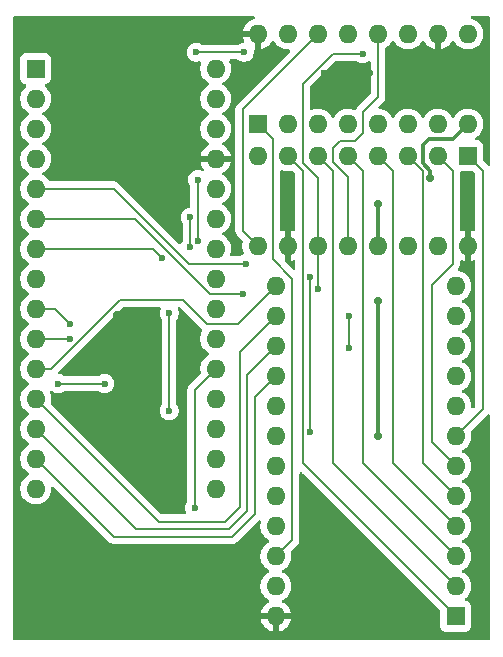
<source format=gbr>
%TF.GenerationSoftware,KiCad,Pcbnew,9.0.6+1*%
%TF.CreationDate,2025-12-07T02:18:26+01:00*%
%TF.ProjectId,EEPROM_Arduino_Programmer,45455052-4f4d-45f4-9172-6475696e6f5f,rev?*%
%TF.SameCoordinates,Original*%
%TF.FileFunction,Copper,L1,Top*%
%TF.FilePolarity,Positive*%
%FSLAX46Y46*%
G04 Gerber Fmt 4.6, Leading zero omitted, Abs format (unit mm)*
G04 Created by KiCad (PCBNEW 9.0.6+1) date 2025-12-07 02:18:26*
%MOMM*%
%LPD*%
G01*
G04 APERTURE LIST*
%TA.AperFunction,ComponentPad*%
%ADD10R,1.600000X1.600000*%
%TD*%
%TA.AperFunction,ComponentPad*%
%ADD11O,1.600000X1.600000*%
%TD*%
%TA.AperFunction,ViaPad*%
%ADD12C,0.700000*%
%TD*%
%TA.AperFunction,ViaPad*%
%ADD13C,0.600000*%
%TD*%
%TA.AperFunction,Conductor*%
%ADD14C,0.300000*%
%TD*%
%TA.AperFunction,Conductor*%
%ADD15C,0.200000*%
%TD*%
G04 APERTURE END LIST*
D10*
%TO.P,Arduino Nano,1,D1/TX*%
%TO.N,unconnected-(A1-Pad1)*%
X148717000Y-63246000D03*
D11*
%TO.P,Arduino Nano,2,D0/RX*%
%TO.N,unconnected-(A1-Pad2)*%
X148717000Y-65786000D03*
%TO.P,Arduino Nano,3,~{RESET}*%
%TO.N,unconnected-(A1-Pad3)*%
X148717000Y-68326000D03*
%TO.P,Arduino Nano,4,GND*%
%TO.N,GND*%
X148717000Y-70866000D03*
%TO.P,Arduino Nano,5,D2*%
%TO.N,/clk*%
X148717000Y-73406000D03*
%TO.P,Arduino Nano,6,D3*%
%TO.N,/latch*%
X148717000Y-75946000D03*
%TO.P,Arduino Nano,7,D4*%
%TO.N,/data*%
X148717000Y-78486000D03*
%TO.P,Arduino Nano,8,D5*%
%TO.N,/D0*%
X148717000Y-81026000D03*
%TO.P,Arduino Nano,9,D6*%
%TO.N,/D1*%
X148717000Y-83566000D03*
%TO.P,Arduino Nano,10,D7*%
%TO.N,/D2*%
X148717000Y-86106000D03*
%TO.P,Arduino Nano,11,D8*%
%TO.N,/D3*%
X148717000Y-88646000D03*
%TO.P,Arduino Nano,12,D9*%
%TO.N,/D4*%
X148717000Y-91186000D03*
%TO.P,Arduino Nano,13,D10*%
%TO.N,/D5*%
X148717000Y-93726000D03*
%TO.P,Arduino Nano,14,D11*%
%TO.N,/D6*%
X148717000Y-96266000D03*
%TO.P,Arduino Nano,15,D12*%
%TO.N,/D7*%
X148717000Y-98806000D03*
%TO.P,Arduino Nano,16,D13*%
%TO.N,unconnected-(A1-Pad16)*%
X163957000Y-98806000D03*
%TO.P,Arduino Nano,17,3V3*%
%TO.N,unconnected-(A1-Pad17)*%
X163957000Y-96266000D03*
%TO.P,Arduino Nano,18,AREF*%
%TO.N,unconnected-(A1-Pad18)*%
X163957000Y-93726000D03*
%TO.P,Arduino Nano,19,A0*%
%TO.N,/~{OE}*%
X163957000Y-91186000D03*
%TO.P,Arduino Nano,20,A1*%
%TO.N,/~{WE}*%
X163957000Y-88646000D03*
%TO.P,Arduino Nano,21,A2*%
%TO.N,unconnected-(A1-Pad21)*%
X163957000Y-86106000D03*
%TO.P,Arduino Nano,22,A3*%
%TO.N,unconnected-(A1-Pad22)*%
X163957000Y-83566000D03*
%TO.P,Arduino Nano,23,A4*%
%TO.N,unconnected-(A1-Pad23)*%
X163957000Y-81026000D03*
%TO.P,Arduino Nano,24,A5*%
%TO.N,unconnected-(A1-Pad24)*%
X163957000Y-78486000D03*
%TO.P,Arduino Nano,25,A6*%
%TO.N,unconnected-(A1-Pad25)*%
X163957000Y-75946000D03*
%TO.P,Arduino Nano,26,A7*%
%TO.N,unconnected-(A1-Pad26)*%
X163957000Y-73406000D03*
%TO.P,Arduino Nano,27,+5V*%
%TO.N,VCC*%
X163957000Y-70866000D03*
%TO.P,Arduino Nano,28,~{RESET}*%
%TO.N,unconnected-(A1-Pad28)*%
X163957000Y-68326000D03*
%TO.P,Arduino Nano,29,GND*%
%TO.N,GND*%
X163957000Y-65786000D03*
%TO.P,Arduino Nano,30,VIN*%
%TO.N,unconnected-(A1-Pad30)*%
X163957000Y-63246000D03*
%TD*%
D10*
%TO.P,U3,1,A7*%
%TO.N,/A7*%
X184282000Y-109606000D03*
D11*
%TO.P,U3,2,A6*%
%TO.N,/A6*%
X184282000Y-107066000D03*
%TO.P,U3,3,A5*%
%TO.N,/A5*%
X184282000Y-104526000D03*
%TO.P,U3,4,A4*%
%TO.N,/A4*%
X184282000Y-101986000D03*
%TO.P,U3,5,A3*%
%TO.N,/A3*%
X184282000Y-99446000D03*
%TO.P,U3,6,A2*%
%TO.N,/A2*%
X184282000Y-96906000D03*
%TO.P,U3,7,A1*%
%TO.N,/A1*%
X184282000Y-94366000D03*
%TO.P,U3,8,A0*%
%TO.N,/A0*%
X184282000Y-91826000D03*
%TO.P,U3,9,I/O0*%
%TO.N,/D0*%
X184282000Y-89286000D03*
%TO.P,U3,10,I/O1*%
%TO.N,/D1*%
X184282000Y-86746000D03*
%TO.P,U3,11,I/O2*%
%TO.N,/D2*%
X184282000Y-84206000D03*
%TO.P,U3,12,GND*%
%TO.N,GND*%
X184282000Y-81666000D03*
%TO.P,U3,13,I/O3*%
%TO.N,/D3*%
X169042000Y-81666000D03*
%TO.P,U3,14,I/O4*%
%TO.N,/D4*%
X169042000Y-84206000D03*
%TO.P,U3,15,I/O5*%
%TO.N,/D5*%
X169042000Y-86746000D03*
%TO.P,U3,16,I/O6*%
%TO.N,/D6*%
X169042000Y-89286000D03*
%TO.P,U3,17*%
%TO.N,N/C*%
X169042000Y-91826000D03*
%TO.P,U3,18,~{CE}*%
%TO.N,GND*%
X169042000Y-94366000D03*
%TO.P,U3,19,A10*%
%TO.N,/A10*%
X169042000Y-96906000D03*
%TO.P,U3,20,~{OE}*%
%TO.N,/~{OE}*%
X169042000Y-99446000D03*
%TO.P,U3,21,~{WE}*%
%TO.N,/~{WE}*%
X169042000Y-101986000D03*
%TO.P,U3,22,A9*%
%TO.N,/A9*%
X169042000Y-104526000D03*
%TO.P,U3,23,A8*%
%TO.N,/A8*%
X169042000Y-107066000D03*
%TO.P,U3,24,VCC*%
%TO.N,VCC*%
X169042000Y-109606000D03*
%TD*%
D10*
%TO.P,U2,1,QB*%
%TO.N,/A9*%
X167528000Y-67935000D03*
D11*
%TO.P,U2,2,QC*%
%TO.N,/A10*%
X170068000Y-67935000D03*
%TO.P,U2,3,QD*%
%TO.N,unconnected-(U2-Pad3)*%
X172608000Y-67935000D03*
%TO.P,U2,4,QE*%
%TO.N,unconnected-(U2-Pad4)*%
X175148000Y-67935000D03*
%TO.P,U2,5,QF*%
%TO.N,unconnected-(U2-Pad5)*%
X177688000Y-67935000D03*
%TO.P,U2,6,QG*%
%TO.N,unconnected-(U2-Pad6)*%
X180228000Y-67935000D03*
%TO.P,U2,7,QH*%
%TO.N,unconnected-(U2-Pad7)*%
X182768000Y-67935000D03*
%TO.P,U2,8,GND*%
%TO.N,GND*%
X185308000Y-67935000D03*
%TO.P,U2,9,QH'*%
%TO.N,unconnected-(U2-Pad9)*%
X185308000Y-60315000D03*
%TO.P,U2,10,~{SRCLR}*%
%TO.N,VCC*%
X182768000Y-60315000D03*
%TO.P,U2,11,SRCLK*%
%TO.N,/latch*%
X180228000Y-60315000D03*
%TO.P,U2,12,RCLK*%
%TO.N,/clk*%
X177688000Y-60315000D03*
%TO.P,U2,13,~{OE}*%
%TO.N,GND*%
X175148000Y-60315000D03*
%TO.P,U2,14,SER*%
%TO.N,Net-(U1-Pad9)*%
X172608000Y-60315000D03*
%TO.P,U2,15,QA*%
%TO.N,/A8*%
X170068000Y-60315000D03*
%TO.P,U2,16,VCC*%
%TO.N,VCC*%
X167528000Y-60315000D03*
%TD*%
D10*
%TO.P,U1,1,QB*%
%TO.N,/A1*%
X185293000Y-70612000D03*
D11*
%TO.P,U1,2,QC*%
%TO.N,/A2*%
X182753000Y-70612000D03*
%TO.P,U1,3,QD*%
%TO.N,/A3*%
X180213000Y-70612000D03*
%TO.P,U1,4,QE*%
%TO.N,/A4*%
X177673000Y-70612000D03*
%TO.P,U1,5,QF*%
%TO.N,/A5*%
X175133000Y-70612000D03*
%TO.P,U1,6,QG*%
%TO.N,/A6*%
X172593000Y-70612000D03*
%TO.P,U1,7,QH*%
%TO.N,/A7*%
X170053000Y-70612000D03*
%TO.P,U1,8,GND*%
%TO.N,GND*%
X167513000Y-70612000D03*
%TO.P,U1,9,QH'*%
%TO.N,Net-(U1-Pad9)*%
X167513000Y-78232000D03*
%TO.P,U1,10,~{SRCLR}*%
%TO.N,VCC*%
X170053000Y-78232000D03*
%TO.P,U1,11,SRCLK*%
%TO.N,/latch*%
X172593000Y-78232000D03*
%TO.P,U1,12,RCLK*%
%TO.N,/clk*%
X175133000Y-78232000D03*
%TO.P,U1,13,~{OE}*%
%TO.N,GND*%
X177673000Y-78232000D03*
%TO.P,U1,14,SER*%
%TO.N,/data*%
X180213000Y-78232000D03*
%TO.P,U1,15,QA*%
%TO.N,/A0*%
X182753000Y-78232000D03*
%TO.P,U1,16,VCC*%
%TO.N,VCC*%
X185293000Y-78232000D03*
%TD*%
D12*
%TO.N,GND*%
X177673000Y-74676000D03*
X177673000Y-94361000D03*
X177673000Y-82931000D03*
X182132500Y-72517000D03*
D13*
%TO.N,/clk*%
X166497000Y-79756000D03*
%TO.N,/latch*%
X172593000Y-81915000D03*
X176403000Y-61976000D03*
X166243000Y-82296000D03*
%TO.N,/data*%
X159385000Y-79248000D03*
%TO.N,/D0*%
X154559000Y-89916000D03*
X150622000Y-89916000D03*
%TO.N,/D1*%
X151638000Y-84836000D03*
%TO.N,/D2*%
X175260000Y-86868000D03*
X175260000Y-84201000D03*
X151638000Y-86106000D03*
%TO.N,/~{WE}*%
X162179000Y-100457000D03*
D12*
%TO.N,VCC*%
X155575000Y-84074000D03*
X168402000Y-62865000D03*
D13*
X173115767Y-63641767D03*
D12*
X155829000Y-91313000D03*
D13*
X155829000Y-103759000D03*
D12*
X155575000Y-66294000D03*
X170053000Y-74676000D03*
X176911000Y-63627000D03*
D13*
%TO.N,/A10*%
X171922500Y-93980000D03*
X162433000Y-72644000D03*
X171922500Y-80899000D03*
X162433000Y-77851000D03*
%TO.N,/A8*%
X160020000Y-92202000D03*
X160020000Y-83947000D03*
X161798000Y-75819000D03*
X166370000Y-61849000D03*
X161798000Y-78359000D03*
X162306000Y-61849000D03*
%TD*%
D14*
%TO.N,GND*%
X177673000Y-82931000D02*
X177673000Y-94361000D01*
X182132500Y-71895783D02*
X182132500Y-72517000D01*
X177673000Y-78232000D02*
X177673000Y-74676000D01*
X181483000Y-71246282D02*
X182132500Y-71895783D01*
X181483000Y-69723000D02*
X181483000Y-71246282D01*
X184028000Y-69215000D02*
X181991000Y-69215000D01*
X185308000Y-67935000D02*
X184028000Y-69215000D01*
X181991000Y-69215000D02*
X181483000Y-69723000D01*
D15*
%TO.N,/clk*%
X175133000Y-72390000D02*
X175133000Y-78232000D01*
X177688000Y-60315000D02*
X177688000Y-65644000D01*
X173863000Y-71120000D02*
X175133000Y-72390000D01*
X175768000Y-69342000D02*
X174498000Y-69342000D01*
X155321000Y-73406000D02*
X161671000Y-79756000D01*
X177688000Y-65644000D02*
X176403000Y-66929000D01*
X174498000Y-69342000D02*
X173863000Y-69977000D01*
X148717000Y-73406000D02*
X155321000Y-73406000D01*
X161671000Y-79756000D02*
X166497000Y-79756000D01*
X176403000Y-66929000D02*
X176403000Y-68707000D01*
X176403000Y-68707000D02*
X175768000Y-69342000D01*
X173863000Y-69977000D02*
X173863000Y-71120000D01*
%TO.N,/latch*%
X157099000Y-75946000D02*
X163449000Y-82296000D01*
X171323000Y-71247000D02*
X171323000Y-64516000D01*
X172593000Y-72517000D02*
X171323000Y-71247000D01*
X172593000Y-78232000D02*
X172593000Y-72517000D01*
X163449000Y-82296000D02*
X166243000Y-82296000D01*
X148717000Y-75946000D02*
X157099000Y-75946000D01*
X172593000Y-78232000D02*
X172593000Y-81915000D01*
X171323000Y-64516000D02*
X173863000Y-61976000D01*
X173863000Y-61976000D02*
X176403000Y-61976000D01*
%TO.N,/data*%
X158623000Y-78486000D02*
X148717000Y-78486000D01*
X159385000Y-79248000D02*
X158623000Y-78486000D01*
%TO.N,/D0*%
X150622000Y-89916000D02*
X154559000Y-89916000D01*
%TO.N,/D1*%
X150368000Y-83566000D02*
X148717000Y-83566000D01*
X151638000Y-84836000D02*
X150368000Y-83566000D01*
%TO.N,/D2*%
X151638000Y-86106000D02*
X148717000Y-86106000D01*
X175260000Y-84328000D02*
X175260000Y-84201000D01*
X175260000Y-86868000D02*
X175260000Y-84328000D01*
%TO.N,/D3*%
X155892500Y-82804000D02*
X161163000Y-82804000D01*
X163195000Y-84836000D02*
X165872000Y-84836000D01*
X165872000Y-84836000D02*
X169042000Y-81666000D01*
X150050500Y-88646000D02*
X155892500Y-82804000D01*
X148717000Y-88646000D02*
X150050500Y-88646000D01*
X161163000Y-82804000D02*
X163195000Y-84836000D01*
%TO.N,/D4*%
X166624000Y-86614000D02*
X166634000Y-86614000D01*
X164719000Y-101600000D02*
X165989000Y-100330000D01*
X166634000Y-86614000D02*
X169042000Y-84206000D01*
X165989000Y-100330000D02*
X165989000Y-87249000D01*
X165989000Y-87249000D02*
X166624000Y-86614000D01*
X148717000Y-91186000D02*
X159131000Y-101600000D01*
X159131000Y-101600000D02*
X164719000Y-101600000D01*
%TO.N,/D5*%
X166624000Y-89164000D02*
X166624000Y-100711000D01*
X169042000Y-86746000D02*
X166624000Y-89164000D01*
X157226000Y-102235000D02*
X148717000Y-93726000D01*
X166624000Y-100711000D02*
X165100000Y-102235000D01*
X165100000Y-102235000D02*
X157226000Y-102235000D01*
%TO.N,/D6*%
X155321000Y-102870000D02*
X165354000Y-102870000D01*
X148717000Y-96266000D02*
X155321000Y-102870000D01*
X167259000Y-91069000D02*
X169042000Y-89286000D01*
X165354000Y-102870000D02*
X167259000Y-100965000D01*
X167259000Y-100965000D02*
X167259000Y-91069000D01*
%TO.N,/~{WE}*%
X162179000Y-90424000D02*
X162179000Y-100457000D01*
X163957000Y-88646000D02*
X162179000Y-90424000D01*
D14*
%TO.N,VCC*%
X176896233Y-63641767D02*
X176911000Y-63627000D01*
X155575000Y-91059000D02*
X155575000Y-84074000D01*
X170053000Y-78232000D02*
X170053000Y-74676000D01*
X173115767Y-63641767D02*
X176896233Y-63641767D01*
X155829000Y-91313000D02*
X155575000Y-91059000D01*
D15*
%TO.N,/A1*%
X186563000Y-71882000D02*
X186563000Y-92085000D01*
X185293000Y-70612000D02*
X186563000Y-71882000D01*
X186563000Y-92085000D02*
X184282000Y-94366000D01*
%TO.N,/A2*%
X182245000Y-94869000D02*
X184282000Y-96906000D01*
X184023000Y-79756000D02*
X182245000Y-81534000D01*
X182245000Y-81534000D02*
X182245000Y-94869000D01*
X182753000Y-70612000D02*
X184023000Y-71882000D01*
X184023000Y-71882000D02*
X184023000Y-79756000D01*
%TO.N,/A3*%
X181483000Y-96647000D02*
X184282000Y-99446000D01*
X180213000Y-70612000D02*
X181483000Y-71882000D01*
X181483000Y-71882000D02*
X181483000Y-96647000D01*
%TO.N,/A4*%
X178943000Y-96647000D02*
X178943000Y-71882000D01*
X184282000Y-101986000D02*
X178943000Y-96647000D01*
X178943000Y-71882000D02*
X177673000Y-70612000D01*
%TO.N,/A5*%
X175133000Y-70612000D02*
X176403000Y-71882000D01*
X176403000Y-96647000D02*
X184282000Y-104526000D01*
X176403000Y-71882000D02*
X176403000Y-96647000D01*
%TO.N,/A6*%
X173863000Y-96647000D02*
X184282000Y-107066000D01*
X173863000Y-71882000D02*
X173863000Y-96647000D01*
X172593000Y-70612000D02*
X173863000Y-71882000D01*
%TO.N,/A7*%
X171323000Y-96647000D02*
X171323000Y-71882000D01*
X184282000Y-109606000D02*
X171323000Y-96647000D01*
X171323000Y-71882000D02*
X170053000Y-70612000D01*
%TO.N,Net-(U1-Pad9)*%
X172608000Y-60315000D02*
X166243000Y-66680000D01*
X166243000Y-76962000D02*
X167513000Y-78232000D01*
X166243000Y-66680000D02*
X166243000Y-76962000D01*
%TO.N,/A9*%
X170434000Y-81026000D02*
X170434000Y-103134000D01*
X168783000Y-69190000D02*
X168783000Y-79375000D01*
X167528000Y-67935000D02*
X168783000Y-69190000D01*
X168783000Y-79375000D02*
X170434000Y-81026000D01*
X170434000Y-103134000D02*
X169042000Y-104526000D01*
%TO.N,/A10*%
X162433000Y-77851000D02*
X162433000Y-72644000D01*
X171922500Y-93980000D02*
X171922500Y-80899000D01*
%TO.N,/A8*%
X166370000Y-61849000D02*
X162306000Y-61849000D01*
X160020000Y-83947000D02*
X160020000Y-92202000D01*
X161798000Y-75819000D02*
X161798000Y-78359000D01*
%TD*%
%TA.AperFunction,Conductor*%
%TO.N,VCC*%
G36*
X167225884Y-58821502D02*
G01*
X167272377Y-58875158D01*
X167282481Y-58945432D01*
X167252987Y-59010012D01*
X167196699Y-59047333D01*
X167025906Y-59102826D01*
X167025900Y-59102829D01*
X166842454Y-59196300D01*
X166675892Y-59317315D01*
X166675889Y-59317317D01*
X166530317Y-59462889D01*
X166530315Y-59462892D01*
X166409300Y-59629454D01*
X166315829Y-59812900D01*
X166315826Y-59812906D01*
X166252208Y-60008704D01*
X166243926Y-60061000D01*
X167216314Y-60061000D01*
X167207920Y-60069394D01*
X167155259Y-60160606D01*
X167128000Y-60262339D01*
X167128000Y-60367661D01*
X167155259Y-60469394D01*
X167207920Y-60560606D01*
X167216314Y-60569000D01*
X166243926Y-60569000D01*
X166252208Y-60621295D01*
X166315826Y-60817093D01*
X166315829Y-60817099D01*
X166341272Y-60867034D01*
X166354376Y-60936811D01*
X166327676Y-61002596D01*
X166269648Y-61043502D01*
X166253587Y-61047816D01*
X166167190Y-61065001D01*
X166134169Y-61071570D01*
X165987032Y-61132517D01*
X165857202Y-61219265D01*
X165789451Y-61240480D01*
X165787202Y-61240500D01*
X162888798Y-61240500D01*
X162820677Y-61220498D01*
X162818840Y-61219294D01*
X162688968Y-61132517D01*
X162541831Y-61071570D01*
X162463730Y-61056035D01*
X162385632Y-61040500D01*
X162385630Y-61040500D01*
X162226370Y-61040500D01*
X162226367Y-61040500D01*
X162109219Y-61063802D01*
X162070169Y-61071570D01*
X162070167Y-61071571D01*
X161923032Y-61132517D01*
X161790609Y-61220998D01*
X161790603Y-61221003D01*
X161678003Y-61333603D01*
X161677998Y-61333609D01*
X161611121Y-61433699D01*
X161589517Y-61466032D01*
X161528570Y-61613169D01*
X161522536Y-61643502D01*
X161497500Y-61769367D01*
X161497500Y-61769370D01*
X161497500Y-61928630D01*
X161528570Y-62084831D01*
X161589517Y-62231968D01*
X161659565Y-62336803D01*
X161677998Y-62364390D01*
X161678003Y-62364396D01*
X161790603Y-62476996D01*
X161790609Y-62477001D01*
X161790611Y-62477003D01*
X161923032Y-62565483D01*
X162070169Y-62626430D01*
X162226370Y-62657500D01*
X162226371Y-62657500D01*
X162385629Y-62657500D01*
X162385630Y-62657500D01*
X162541831Y-62626430D01*
X162567386Y-62615844D01*
X162637971Y-62608253D01*
X162701459Y-62640030D01*
X162737689Y-62701087D01*
X162735437Y-62771188D01*
X162680721Y-62939587D01*
X162680720Y-62939590D01*
X162680720Y-62939592D01*
X162648500Y-63143019D01*
X162648500Y-63348981D01*
X162680720Y-63552408D01*
X162744366Y-63748290D01*
X162837871Y-63931803D01*
X162958932Y-64098430D01*
X162958934Y-64098432D01*
X162958936Y-64098435D01*
X163104564Y-64244063D01*
X163104567Y-64244065D01*
X163104570Y-64244068D01*
X163271197Y-64365129D01*
X163346962Y-64403733D01*
X163398577Y-64452482D01*
X163415643Y-64521397D01*
X163392742Y-64588598D01*
X163346963Y-64628266D01*
X163278033Y-64663387D01*
X163271193Y-64666873D01*
X163104567Y-64787934D01*
X163104564Y-64787936D01*
X162958936Y-64933564D01*
X162958934Y-64933567D01*
X162837873Y-65100193D01*
X162744367Y-65283708D01*
X162744364Y-65283714D01*
X162680721Y-65479587D01*
X162680720Y-65479590D01*
X162680720Y-65479592D01*
X162648500Y-65683019D01*
X162648500Y-65888981D01*
X162680720Y-66092408D01*
X162744366Y-66288290D01*
X162837871Y-66471803D01*
X162958932Y-66638430D01*
X162958934Y-66638432D01*
X162958936Y-66638435D01*
X163104564Y-66784063D01*
X163104567Y-66784065D01*
X163104570Y-66784068D01*
X163271197Y-66905129D01*
X163346962Y-66943733D01*
X163398577Y-66992482D01*
X163415643Y-67061397D01*
X163392742Y-67128598D01*
X163346963Y-67168266D01*
X163278033Y-67203387D01*
X163271193Y-67206873D01*
X163104567Y-67327934D01*
X163104564Y-67327936D01*
X162958936Y-67473564D01*
X162958934Y-67473567D01*
X162837873Y-67640193D01*
X162744367Y-67823708D01*
X162744364Y-67823714D01*
X162680721Y-68019587D01*
X162680720Y-68019590D01*
X162680720Y-68019592D01*
X162648500Y-68223019D01*
X162648500Y-68428981D01*
X162680720Y-68632408D01*
X162680721Y-68632412D01*
X162741984Y-68820961D01*
X162744366Y-68828290D01*
X162837871Y-69011803D01*
X162958932Y-69178430D01*
X162958934Y-69178432D01*
X162958936Y-69178435D01*
X163104564Y-69324063D01*
X163104567Y-69324065D01*
X163104570Y-69324068D01*
X163271197Y-69445129D01*
X163347511Y-69484013D01*
X163399126Y-69532760D01*
X163416192Y-69601675D01*
X163393292Y-69668876D01*
X163347513Y-69708545D01*
X163271455Y-69747299D01*
X163104892Y-69868315D01*
X163104889Y-69868317D01*
X162959317Y-70013889D01*
X162959315Y-70013892D01*
X162838300Y-70180454D01*
X162744829Y-70363900D01*
X162744826Y-70363906D01*
X162681208Y-70559704D01*
X162672926Y-70612000D01*
X163526297Y-70612000D01*
X163491075Y-70673007D01*
X163457000Y-70800174D01*
X163457000Y-70931826D01*
X163491075Y-71058993D01*
X163526297Y-71120000D01*
X162672926Y-71120000D01*
X162681208Y-71172295D01*
X162744826Y-71368093D01*
X162744829Y-71368099D01*
X162838300Y-71551545D01*
X162959315Y-71718107D01*
X162959317Y-71718110D01*
X162974459Y-71733252D01*
X163008485Y-71795564D01*
X163003420Y-71866379D01*
X162960873Y-71923215D01*
X162894353Y-71948026D01*
X162824979Y-71932935D01*
X162816503Y-71927803D01*
X162815968Y-71927517D01*
X162799028Y-71920500D01*
X162668831Y-71866570D01*
X162590730Y-71851035D01*
X162512632Y-71835500D01*
X162512630Y-71835500D01*
X162353370Y-71835500D01*
X162353367Y-71835500D01*
X162236219Y-71858802D01*
X162197169Y-71866570D01*
X162151971Y-71885292D01*
X162050032Y-71927517D01*
X161917609Y-72015998D01*
X161917603Y-72016003D01*
X161805003Y-72128603D01*
X161804998Y-72128609D01*
X161757805Y-72199239D01*
X161716517Y-72261032D01*
X161655570Y-72408169D01*
X161650741Y-72432445D01*
X161624500Y-72564367D01*
X161624500Y-72723632D01*
X161640035Y-72801730D01*
X161655570Y-72879831D01*
X161716517Y-73026968D01*
X161803265Y-73156797D01*
X161824480Y-73224549D01*
X161824500Y-73226798D01*
X161824500Y-74885983D01*
X161804498Y-74954104D01*
X161750842Y-75000597D01*
X161723082Y-75009562D01*
X161596467Y-75034747D01*
X161562169Y-75041570D01*
X161562167Y-75041571D01*
X161415032Y-75102517D01*
X161282609Y-75190998D01*
X161282603Y-75191003D01*
X161170003Y-75303603D01*
X161169998Y-75303609D01*
X161081517Y-75436032D01*
X161020571Y-75583167D01*
X161020570Y-75583170D01*
X160989500Y-75739367D01*
X160989500Y-75739370D01*
X160989500Y-75898630D01*
X161020570Y-76054831D01*
X161081517Y-76201968D01*
X161168265Y-76331797D01*
X161189480Y-76399549D01*
X161189500Y-76401798D01*
X161189500Y-77776201D01*
X161185198Y-77792117D01*
X161185818Y-77806437D01*
X161174235Y-77832676D01*
X161172345Y-77839673D01*
X161170120Y-77843487D01*
X161169997Y-77843611D01*
X161081517Y-77976032D01*
X161053779Y-78042994D01*
X161049480Y-78050368D01*
X161029633Y-78069127D01*
X161012495Y-78090396D01*
X161004221Y-78093149D01*
X160997886Y-78099138D01*
X160971049Y-78104189D01*
X160945131Y-78112816D01*
X160936681Y-78110659D01*
X160928115Y-78112272D01*
X160902806Y-78102012D01*
X160876340Y-78095257D01*
X160865644Y-78086947D01*
X160862319Y-78085600D01*
X160860389Y-78082866D01*
X160851540Y-78075991D01*
X155694633Y-72919083D01*
X155694623Y-72919075D01*
X155555877Y-72838970D01*
X155555874Y-72838969D01*
X155555873Y-72838968D01*
X155555871Y-72838967D01*
X155555870Y-72838967D01*
X155478491Y-72818234D01*
X155401111Y-72797500D01*
X155401109Y-72797500D01*
X149952730Y-72797500D01*
X149884609Y-72777498D01*
X149840465Y-72728706D01*
X149836129Y-72720196D01*
X149749931Y-72601555D01*
X149715068Y-72553570D01*
X149715065Y-72553567D01*
X149715063Y-72553564D01*
X149569435Y-72407936D01*
X149569432Y-72407934D01*
X149569430Y-72407932D01*
X149402803Y-72286871D01*
X149327034Y-72248265D01*
X149275422Y-72199519D01*
X149258356Y-72130604D01*
X149281257Y-72063402D01*
X149327034Y-72023735D01*
X149402803Y-71985129D01*
X149569430Y-71864068D01*
X149715068Y-71718430D01*
X149836129Y-71551803D01*
X149929634Y-71368290D01*
X149993280Y-71172408D01*
X150025500Y-70968981D01*
X150025500Y-70763019D01*
X149993280Y-70559592D01*
X149929634Y-70363710D01*
X149836129Y-70180197D01*
X149715068Y-70013570D01*
X149715065Y-70013567D01*
X149715063Y-70013564D01*
X149569435Y-69867936D01*
X149569432Y-69867934D01*
X149569430Y-69867932D01*
X149416600Y-69756895D01*
X149402806Y-69746873D01*
X149402805Y-69746872D01*
X149402803Y-69746871D01*
X149327034Y-69708265D01*
X149275422Y-69659519D01*
X149258356Y-69590604D01*
X149281257Y-69523402D01*
X149327034Y-69483735D01*
X149402803Y-69445129D01*
X149569430Y-69324068D01*
X149715068Y-69178430D01*
X149836129Y-69011803D01*
X149929634Y-68828290D01*
X149993280Y-68632408D01*
X150025500Y-68428981D01*
X150025500Y-68223019D01*
X149993280Y-68019592D01*
X149929634Y-67823710D01*
X149836129Y-67640197D01*
X149715068Y-67473570D01*
X149715065Y-67473567D01*
X149715063Y-67473564D01*
X149569435Y-67327936D01*
X149569432Y-67327934D01*
X149569430Y-67327932D01*
X149402803Y-67206871D01*
X149327034Y-67168265D01*
X149275422Y-67119519D01*
X149258356Y-67050604D01*
X149281257Y-66983402D01*
X149327034Y-66943735D01*
X149402803Y-66905129D01*
X149569430Y-66784068D01*
X149715068Y-66638430D01*
X149836129Y-66471803D01*
X149929634Y-66288290D01*
X149993280Y-66092408D01*
X150025500Y-65888981D01*
X150025500Y-65683019D01*
X149993280Y-65479592D01*
X149929634Y-65283710D01*
X149836129Y-65100197D01*
X149715068Y-64933570D01*
X149715065Y-64933567D01*
X149715063Y-64933564D01*
X149569436Y-64787937D01*
X149569432Y-64787934D01*
X149569430Y-64787932D01*
X149553673Y-64776484D01*
X149510322Y-64720263D01*
X149504247Y-64649527D01*
X149537379Y-64586735D01*
X149599199Y-64551824D01*
X149614271Y-64549272D01*
X149626196Y-64547990D01*
X149626199Y-64547989D01*
X149626201Y-64547989D01*
X149763204Y-64496889D01*
X149880261Y-64409261D01*
X149967889Y-64292204D01*
X150018989Y-64155201D01*
X150020369Y-64142373D01*
X150025499Y-64094649D01*
X150025500Y-64094632D01*
X150025500Y-62397367D01*
X150025499Y-62397350D01*
X150018990Y-62336803D01*
X150018988Y-62336795D01*
X149989924Y-62258875D01*
X149967889Y-62199796D01*
X149967888Y-62199794D01*
X149967887Y-62199792D01*
X149880261Y-62082738D01*
X149763207Y-61995112D01*
X149763202Y-61995110D01*
X149626204Y-61944011D01*
X149626196Y-61944009D01*
X149565649Y-61937500D01*
X149565638Y-61937500D01*
X147868362Y-61937500D01*
X147868350Y-61937500D01*
X147807803Y-61944009D01*
X147807795Y-61944011D01*
X147670797Y-61995110D01*
X147670792Y-61995112D01*
X147553738Y-62082738D01*
X147466112Y-62199792D01*
X147466110Y-62199797D01*
X147415011Y-62336795D01*
X147415009Y-62336803D01*
X147408500Y-62397350D01*
X147408500Y-64094649D01*
X147415009Y-64155196D01*
X147415011Y-64155204D01*
X147466110Y-64292202D01*
X147466112Y-64292207D01*
X147553738Y-64409261D01*
X147670792Y-64496887D01*
X147670794Y-64496888D01*
X147670796Y-64496889D01*
X147707567Y-64510604D01*
X147807795Y-64547988D01*
X147807798Y-64547988D01*
X147807799Y-64547989D01*
X147807804Y-64547990D01*
X147819728Y-64549272D01*
X147885321Y-64576440D01*
X147925813Y-64634757D01*
X147928349Y-64705708D01*
X147892122Y-64766767D01*
X147880326Y-64776484D01*
X147864567Y-64787933D01*
X147718936Y-64933564D01*
X147718934Y-64933567D01*
X147597873Y-65100193D01*
X147504367Y-65283708D01*
X147504364Y-65283714D01*
X147440721Y-65479587D01*
X147440720Y-65479590D01*
X147440720Y-65479592D01*
X147408500Y-65683019D01*
X147408500Y-65888981D01*
X147440720Y-66092408D01*
X147504366Y-66288290D01*
X147597871Y-66471803D01*
X147718932Y-66638430D01*
X147718934Y-66638432D01*
X147718936Y-66638435D01*
X147864564Y-66784063D01*
X147864567Y-66784065D01*
X147864570Y-66784068D01*
X148031197Y-66905129D01*
X148106962Y-66943733D01*
X148158577Y-66992482D01*
X148175643Y-67061397D01*
X148152742Y-67128598D01*
X148106963Y-67168266D01*
X148038033Y-67203387D01*
X148031193Y-67206873D01*
X147864567Y-67327934D01*
X147864564Y-67327936D01*
X147718936Y-67473564D01*
X147718934Y-67473567D01*
X147597873Y-67640193D01*
X147504367Y-67823708D01*
X147504364Y-67823714D01*
X147440721Y-68019587D01*
X147440720Y-68019590D01*
X147440720Y-68019592D01*
X147408500Y-68223019D01*
X147408500Y-68428981D01*
X147440720Y-68632408D01*
X147440721Y-68632412D01*
X147501984Y-68820961D01*
X147504366Y-68828290D01*
X147597871Y-69011803D01*
X147718932Y-69178430D01*
X147718934Y-69178432D01*
X147718936Y-69178435D01*
X147864564Y-69324063D01*
X147864567Y-69324065D01*
X147864570Y-69324068D01*
X148031197Y-69445129D01*
X148106962Y-69483733D01*
X148158577Y-69532482D01*
X148175643Y-69601397D01*
X148152742Y-69668598D01*
X148106963Y-69708266D01*
X148106416Y-69708545D01*
X148031193Y-69746873D01*
X147864567Y-69867934D01*
X147864564Y-69867936D01*
X147718936Y-70013564D01*
X147718934Y-70013567D01*
X147597873Y-70180193D01*
X147504367Y-70363708D01*
X147504364Y-70363714D01*
X147440721Y-70559587D01*
X147440720Y-70559590D01*
X147440720Y-70559592D01*
X147408500Y-70763019D01*
X147408500Y-70968981D01*
X147440702Y-71172295D01*
X147440721Y-71172412D01*
X147440914Y-71173007D01*
X147504366Y-71368290D01*
X147597871Y-71551803D01*
X147718932Y-71718430D01*
X147718934Y-71718432D01*
X147718936Y-71718435D01*
X147864564Y-71864063D01*
X147864567Y-71864065D01*
X147864570Y-71864068D01*
X148031197Y-71985129D01*
X148106962Y-72023733D01*
X148158577Y-72072482D01*
X148175643Y-72141397D01*
X148152742Y-72208598D01*
X148106963Y-72248266D01*
X148040508Y-72282127D01*
X148031193Y-72286873D01*
X147864567Y-72407934D01*
X147864564Y-72407936D01*
X147718936Y-72553564D01*
X147718934Y-72553567D01*
X147597873Y-72720193D01*
X147504367Y-72903708D01*
X147504364Y-72903714D01*
X147440721Y-73099587D01*
X147440720Y-73099590D01*
X147440720Y-73099592D01*
X147408500Y-73303019D01*
X147408500Y-73508981D01*
X147440720Y-73712408D01*
X147440721Y-73712412D01*
X147503017Y-73904140D01*
X147504366Y-73908290D01*
X147597871Y-74091803D01*
X147718932Y-74258430D01*
X147718934Y-74258432D01*
X147718936Y-74258435D01*
X147864564Y-74404063D01*
X147864567Y-74404065D01*
X147864570Y-74404068D01*
X148031197Y-74525129D01*
X148106962Y-74563733D01*
X148158577Y-74612482D01*
X148175643Y-74681397D01*
X148152742Y-74748598D01*
X148106963Y-74788266D01*
X148038033Y-74823387D01*
X148031193Y-74826873D01*
X147864567Y-74947934D01*
X147864564Y-74947936D01*
X147718936Y-75093564D01*
X147718934Y-75093567D01*
X147597873Y-75260193D01*
X147504367Y-75443708D01*
X147504364Y-75443714D01*
X147440721Y-75639587D01*
X147440720Y-75639590D01*
X147440720Y-75639592D01*
X147408500Y-75843019D01*
X147408500Y-76048981D01*
X147409427Y-76054831D01*
X147440721Y-76252412D01*
X147489259Y-76401798D01*
X147504366Y-76448290D01*
X147597871Y-76631803D01*
X147718932Y-76798430D01*
X147718934Y-76798432D01*
X147718936Y-76798435D01*
X147864564Y-76944063D01*
X147864567Y-76944065D01*
X147864570Y-76944068D01*
X148031197Y-77065129D01*
X148106962Y-77103733D01*
X148158577Y-77152482D01*
X148175643Y-77221397D01*
X148152742Y-77288598D01*
X148106963Y-77328266D01*
X148092517Y-77335627D01*
X148031193Y-77366873D01*
X147864567Y-77487934D01*
X147864564Y-77487936D01*
X147718936Y-77633564D01*
X147718934Y-77633567D01*
X147597873Y-77800193D01*
X147504367Y-77983708D01*
X147504364Y-77983714D01*
X147440721Y-78179587D01*
X147440720Y-78179590D01*
X147440720Y-78179592D01*
X147408500Y-78383019D01*
X147408500Y-78588981D01*
X147431515Y-78734290D01*
X147440721Y-78792412D01*
X147503947Y-78987003D01*
X147504366Y-78988290D01*
X147597871Y-79171803D01*
X147718932Y-79338430D01*
X147718934Y-79338432D01*
X147718936Y-79338435D01*
X147864564Y-79484063D01*
X147864567Y-79484065D01*
X147864570Y-79484068D01*
X148031197Y-79605129D01*
X148106962Y-79643733D01*
X148158577Y-79692482D01*
X148175643Y-79761397D01*
X148152742Y-79828598D01*
X148106963Y-79868266D01*
X148091779Y-79876003D01*
X148031193Y-79906873D01*
X147864567Y-80027934D01*
X147864564Y-80027936D01*
X147718936Y-80173564D01*
X147718934Y-80173567D01*
X147597873Y-80340193D01*
X147504367Y-80523708D01*
X147504364Y-80523714D01*
X147440721Y-80719587D01*
X147440721Y-80719589D01*
X147440720Y-80719592D01*
X147408500Y-80923019D01*
X147408500Y-81128981D01*
X147440720Y-81332408D01*
X147440721Y-81332412D01*
X147501207Y-81518570D01*
X147504366Y-81528290D01*
X147597871Y-81711803D01*
X147718932Y-81878430D01*
X147718934Y-81878432D01*
X147718936Y-81878435D01*
X147864564Y-82024063D01*
X147864567Y-82024065D01*
X147864570Y-82024068D01*
X148031197Y-82145129D01*
X148106962Y-82183733D01*
X148158577Y-82232482D01*
X148175643Y-82301397D01*
X148152742Y-82368598D01*
X148106963Y-82408266D01*
X148063545Y-82430389D01*
X148031193Y-82446873D01*
X147864567Y-82567934D01*
X147864564Y-82567936D01*
X147718936Y-82713564D01*
X147718934Y-82713567D01*
X147597873Y-82880193D01*
X147504367Y-83063708D01*
X147504364Y-83063714D01*
X147440721Y-83259587D01*
X147440721Y-83259589D01*
X147440720Y-83259592D01*
X147408500Y-83463019D01*
X147408500Y-83668981D01*
X147440720Y-83872408D01*
X147440721Y-83872412D01*
X147501207Y-84058570D01*
X147504366Y-84068290D01*
X147597871Y-84251803D01*
X147718932Y-84418430D01*
X147718934Y-84418432D01*
X147718936Y-84418435D01*
X147864564Y-84564063D01*
X147864567Y-84564065D01*
X147864570Y-84564068D01*
X148031197Y-84685129D01*
X148106962Y-84723733D01*
X148158577Y-84772482D01*
X148175643Y-84841397D01*
X148152742Y-84908598D01*
X148106963Y-84948266D01*
X148038033Y-84983387D01*
X148031193Y-84986873D01*
X147864567Y-85107934D01*
X147864564Y-85107936D01*
X147718936Y-85253564D01*
X147718934Y-85253567D01*
X147597873Y-85420193D01*
X147504367Y-85603708D01*
X147504364Y-85603714D01*
X147440721Y-85799587D01*
X147440721Y-85799589D01*
X147440720Y-85799592D01*
X147408500Y-86003019D01*
X147408500Y-86208981D01*
X147428160Y-86333108D01*
X147440721Y-86412412D01*
X147487414Y-86556119D01*
X147504366Y-86608290D01*
X147597871Y-86791803D01*
X147718932Y-86958430D01*
X147718934Y-86958432D01*
X147718936Y-86958435D01*
X147864564Y-87104063D01*
X147864567Y-87104065D01*
X147864570Y-87104068D01*
X148031197Y-87225129D01*
X148106962Y-87263733D01*
X148158577Y-87312482D01*
X148175643Y-87381397D01*
X148152742Y-87448598D01*
X148106963Y-87488266D01*
X148038033Y-87523387D01*
X148031193Y-87526873D01*
X147864567Y-87647934D01*
X147864564Y-87647936D01*
X147718936Y-87793564D01*
X147718934Y-87793567D01*
X147597873Y-87960193D01*
X147504367Y-88143708D01*
X147504364Y-88143714D01*
X147440721Y-88339587D01*
X147440720Y-88339590D01*
X147440720Y-88339592D01*
X147408500Y-88543019D01*
X147408500Y-88748981D01*
X147439732Y-88946167D01*
X147440721Y-88952412D01*
X147501207Y-89138570D01*
X147504366Y-89148290D01*
X147597871Y-89331803D01*
X147718932Y-89498430D01*
X147718934Y-89498432D01*
X147718936Y-89498435D01*
X147864564Y-89644063D01*
X147864567Y-89644065D01*
X147864570Y-89644068D01*
X148031197Y-89765129D01*
X148106962Y-89803733D01*
X148158577Y-89852482D01*
X148175643Y-89921397D01*
X148152742Y-89988598D01*
X148106963Y-90028266D01*
X148066634Y-90048815D01*
X148031193Y-90066873D01*
X147864567Y-90187934D01*
X147864564Y-90187936D01*
X147718936Y-90333564D01*
X147718934Y-90333567D01*
X147597873Y-90500193D01*
X147504367Y-90683708D01*
X147504364Y-90683714D01*
X147440721Y-90879587D01*
X147440721Y-90879589D01*
X147440720Y-90879592D01*
X147408500Y-91083019D01*
X147408500Y-91288981D01*
X147440720Y-91492408D01*
X147440721Y-91492412D01*
X147497483Y-91667108D01*
X147504366Y-91688290D01*
X147597871Y-91871803D01*
X147718932Y-92038430D01*
X147718934Y-92038432D01*
X147718936Y-92038435D01*
X147864564Y-92184063D01*
X147864567Y-92184065D01*
X147864570Y-92184068D01*
X148031197Y-92305129D01*
X148106962Y-92343733D01*
X148158577Y-92392482D01*
X148175643Y-92461397D01*
X148152742Y-92528598D01*
X148106963Y-92568266D01*
X148074186Y-92584967D01*
X148031193Y-92606873D01*
X147864567Y-92727934D01*
X147864564Y-92727936D01*
X147718936Y-92873564D01*
X147718934Y-92873567D01*
X147597873Y-93040193D01*
X147504367Y-93223708D01*
X147504364Y-93223714D01*
X147440721Y-93419587D01*
X147440720Y-93419590D01*
X147440720Y-93419592D01*
X147408500Y-93623019D01*
X147408500Y-93828981D01*
X147440720Y-94032408D01*
X147440721Y-94032412D01*
X147500317Y-94215831D01*
X147504366Y-94228290D01*
X147597871Y-94411803D01*
X147718932Y-94578430D01*
X147718934Y-94578432D01*
X147718936Y-94578435D01*
X147864564Y-94724063D01*
X147864567Y-94724065D01*
X147864570Y-94724068D01*
X148031197Y-94845129D01*
X148106962Y-94883733D01*
X148158577Y-94932482D01*
X148175643Y-95001397D01*
X148152742Y-95068598D01*
X148106963Y-95108266D01*
X148058699Y-95132858D01*
X148031193Y-95146873D01*
X147864567Y-95267934D01*
X147864564Y-95267936D01*
X147718936Y-95413564D01*
X147718934Y-95413567D01*
X147597873Y-95580193D01*
X147504367Y-95763708D01*
X147504364Y-95763714D01*
X147440721Y-95959587D01*
X147440720Y-95959590D01*
X147440720Y-95959592D01*
X147408500Y-96163019D01*
X147408500Y-96368981D01*
X147439846Y-96566890D01*
X147440721Y-96572412D01*
X147490985Y-96727110D01*
X147504366Y-96768290D01*
X147597871Y-96951803D01*
X147718932Y-97118430D01*
X147718934Y-97118432D01*
X147718936Y-97118435D01*
X147864564Y-97264063D01*
X147864567Y-97264065D01*
X147864570Y-97264068D01*
X148031197Y-97385129D01*
X148106962Y-97423733D01*
X148158577Y-97472482D01*
X148175643Y-97541397D01*
X148152742Y-97608598D01*
X148106963Y-97648266D01*
X148038033Y-97683387D01*
X148031193Y-97686873D01*
X147864567Y-97807934D01*
X147864564Y-97807936D01*
X147718936Y-97953564D01*
X147718934Y-97953567D01*
X147597873Y-98120193D01*
X147504367Y-98303708D01*
X147504364Y-98303714D01*
X147440721Y-98499587D01*
X147440720Y-98499590D01*
X147440720Y-98499592D01*
X147408500Y-98703019D01*
X147408500Y-98908981D01*
X147440720Y-99112408D01*
X147440721Y-99112412D01*
X147449552Y-99139592D01*
X147504366Y-99308290D01*
X147597871Y-99491803D01*
X147718932Y-99658430D01*
X147718934Y-99658432D01*
X147718936Y-99658435D01*
X147864564Y-99804063D01*
X147864567Y-99804065D01*
X147864570Y-99804068D01*
X148031197Y-99925129D01*
X148214710Y-100018634D01*
X148410592Y-100082280D01*
X148614019Y-100114500D01*
X148614022Y-100114500D01*
X148819978Y-100114500D01*
X148819981Y-100114500D01*
X149023408Y-100082280D01*
X149219290Y-100018634D01*
X149402803Y-99925129D01*
X149569430Y-99804068D01*
X149715068Y-99658430D01*
X149836129Y-99491803D01*
X149929634Y-99308290D01*
X149993280Y-99112408D01*
X150025500Y-98908981D01*
X150025500Y-98739239D01*
X150045502Y-98671118D01*
X150099158Y-98624625D01*
X150169432Y-98614521D01*
X150234012Y-98644015D01*
X150240595Y-98650144D01*
X154834078Y-103243627D01*
X154834079Y-103243628D01*
X154947372Y-103356921D01*
X154947373Y-103356922D01*
X154947375Y-103356923D01*
X154968073Y-103368873D01*
X155086128Y-103437032D01*
X155240889Y-103478500D01*
X155240891Y-103478500D01*
X165434110Y-103478500D01*
X165434111Y-103478500D01*
X165511491Y-103457766D01*
X165588873Y-103437032D01*
X165727627Y-103356922D01*
X167568248Y-101516301D01*
X167630560Y-101482276D01*
X167701375Y-101487340D01*
X167758211Y-101529887D01*
X167783022Y-101596407D01*
X167777176Y-101644331D01*
X167765721Y-101679585D01*
X167765720Y-101679592D01*
X167733500Y-101883019D01*
X167733500Y-102088981D01*
X167765720Y-102292408D01*
X167829366Y-102488290D01*
X167922871Y-102671803D01*
X168043932Y-102838430D01*
X168043934Y-102838432D01*
X168043936Y-102838435D01*
X168189564Y-102984063D01*
X168189567Y-102984065D01*
X168189570Y-102984068D01*
X168356197Y-103105129D01*
X168431962Y-103143733D01*
X168483577Y-103192482D01*
X168500643Y-103261397D01*
X168477742Y-103328598D01*
X168431963Y-103368266D01*
X168363033Y-103403387D01*
X168356193Y-103406873D01*
X168189567Y-103527934D01*
X168189564Y-103527936D01*
X168043936Y-103673564D01*
X168043934Y-103673567D01*
X167922873Y-103840193D01*
X167829367Y-104023708D01*
X167829364Y-104023714D01*
X167765721Y-104219587D01*
X167765720Y-104219590D01*
X167765720Y-104219592D01*
X167733500Y-104423019D01*
X167733500Y-104628981D01*
X167765720Y-104832408D01*
X167829366Y-105028290D01*
X167922871Y-105211803D01*
X168043932Y-105378430D01*
X168043934Y-105378432D01*
X168043936Y-105378435D01*
X168189564Y-105524063D01*
X168189567Y-105524065D01*
X168189570Y-105524068D01*
X168356197Y-105645129D01*
X168431962Y-105683733D01*
X168483577Y-105732482D01*
X168500643Y-105801397D01*
X168477742Y-105868598D01*
X168431963Y-105908266D01*
X168363033Y-105943387D01*
X168356193Y-105946873D01*
X168189567Y-106067934D01*
X168189564Y-106067936D01*
X168043936Y-106213564D01*
X168043934Y-106213567D01*
X167922873Y-106380193D01*
X167829367Y-106563708D01*
X167829364Y-106563714D01*
X167765721Y-106759587D01*
X167765720Y-106759590D01*
X167765720Y-106759592D01*
X167733500Y-106963019D01*
X167733500Y-107168981D01*
X167765720Y-107372408D01*
X167829366Y-107568290D01*
X167922871Y-107751803D01*
X168043932Y-107918430D01*
X168043934Y-107918432D01*
X168043936Y-107918435D01*
X168189564Y-108064063D01*
X168189567Y-108064065D01*
X168189570Y-108064068D01*
X168356197Y-108185129D01*
X168432511Y-108224013D01*
X168484126Y-108272760D01*
X168501192Y-108341675D01*
X168478292Y-108408876D01*
X168432513Y-108448545D01*
X168356455Y-108487299D01*
X168189892Y-108608315D01*
X168189889Y-108608317D01*
X168044317Y-108753889D01*
X168044315Y-108753892D01*
X167923300Y-108920454D01*
X167829829Y-109103900D01*
X167829826Y-109103906D01*
X167766208Y-109299704D01*
X167757926Y-109352000D01*
X168730314Y-109352000D01*
X168721920Y-109360394D01*
X168669259Y-109451606D01*
X168642000Y-109553339D01*
X168642000Y-109658661D01*
X168669259Y-109760394D01*
X168721920Y-109851606D01*
X168730314Y-109860000D01*
X167757926Y-109860000D01*
X167766208Y-109912295D01*
X167829826Y-110108093D01*
X167829829Y-110108099D01*
X167923300Y-110291545D01*
X168044315Y-110458107D01*
X168044317Y-110458110D01*
X168189889Y-110603682D01*
X168189892Y-110603684D01*
X168356454Y-110724699D01*
X168539900Y-110818170D01*
X168539906Y-110818173D01*
X168735705Y-110881791D01*
X168735717Y-110881794D01*
X168787999Y-110890074D01*
X168788000Y-110890074D01*
X168788000Y-109917686D01*
X168796394Y-109926080D01*
X168887606Y-109978741D01*
X168989339Y-110006000D01*
X169094661Y-110006000D01*
X169196394Y-109978741D01*
X169287606Y-109926080D01*
X169296000Y-109917686D01*
X169296000Y-110890074D01*
X169348282Y-110881794D01*
X169348294Y-110881791D01*
X169544093Y-110818173D01*
X169544099Y-110818170D01*
X169727545Y-110724699D01*
X169894107Y-110603684D01*
X169894110Y-110603682D01*
X170039682Y-110458110D01*
X170039684Y-110458107D01*
X170160699Y-110291545D01*
X170254170Y-110108099D01*
X170254173Y-110108093D01*
X170317791Y-109912295D01*
X170326074Y-109860000D01*
X169353686Y-109860000D01*
X169362080Y-109851606D01*
X169414741Y-109760394D01*
X169442000Y-109658661D01*
X169442000Y-109553339D01*
X169414741Y-109451606D01*
X169362080Y-109360394D01*
X169353686Y-109352000D01*
X170326074Y-109352000D01*
X170317791Y-109299704D01*
X170254173Y-109103906D01*
X170254170Y-109103900D01*
X170160699Y-108920454D01*
X170039684Y-108753892D01*
X170039682Y-108753889D01*
X169894110Y-108608317D01*
X169894107Y-108608315D01*
X169727542Y-108487298D01*
X169651487Y-108448545D01*
X169599872Y-108399797D01*
X169582807Y-108330882D01*
X169605708Y-108263680D01*
X169651485Y-108224014D01*
X169727803Y-108185129D01*
X169894430Y-108064068D01*
X170040068Y-107918430D01*
X170161129Y-107751803D01*
X170254634Y-107568290D01*
X170318280Y-107372408D01*
X170350500Y-107168981D01*
X170350500Y-106963019D01*
X170318280Y-106759592D01*
X170254634Y-106563710D01*
X170161129Y-106380197D01*
X170040068Y-106213570D01*
X170040065Y-106213567D01*
X170040063Y-106213564D01*
X169894435Y-106067936D01*
X169894432Y-106067934D01*
X169894430Y-106067932D01*
X169727803Y-105946871D01*
X169652034Y-105908265D01*
X169600422Y-105859519D01*
X169583356Y-105790604D01*
X169606257Y-105723402D01*
X169652034Y-105683735D01*
X169727803Y-105645129D01*
X169894430Y-105524068D01*
X170040068Y-105378430D01*
X170161129Y-105211803D01*
X170254634Y-105028290D01*
X170318280Y-104832408D01*
X170350500Y-104628981D01*
X170350500Y-104423019D01*
X170318280Y-104219592D01*
X170315330Y-104210512D01*
X170315330Y-104210511D01*
X170313302Y-104139544D01*
X170346066Y-104082481D01*
X170920921Y-103507628D01*
X171001032Y-103368873D01*
X171029593Y-103262280D01*
X171042500Y-103214111D01*
X171042500Y-97531239D01*
X171062502Y-97463118D01*
X171116158Y-97416625D01*
X171186432Y-97406521D01*
X171251012Y-97436015D01*
X171257595Y-97442144D01*
X182936595Y-109121144D01*
X182970621Y-109183456D01*
X182973500Y-109210239D01*
X182973500Y-110454649D01*
X182980009Y-110515196D01*
X182980011Y-110515204D01*
X183031110Y-110652202D01*
X183031112Y-110652207D01*
X183118738Y-110769261D01*
X183235792Y-110856887D01*
X183235794Y-110856888D01*
X183235796Y-110856889D01*
X183294875Y-110878924D01*
X183372795Y-110907988D01*
X183372803Y-110907990D01*
X183433350Y-110914499D01*
X183433355Y-110914499D01*
X183433362Y-110914500D01*
X183433368Y-110914500D01*
X185130632Y-110914500D01*
X185130638Y-110914500D01*
X185130645Y-110914499D01*
X185130649Y-110914499D01*
X185191196Y-110907990D01*
X185191199Y-110907989D01*
X185191201Y-110907989D01*
X185328204Y-110856889D01*
X185379923Y-110818173D01*
X185445261Y-110769261D01*
X185532887Y-110652207D01*
X185532887Y-110652206D01*
X185532889Y-110652204D01*
X185583989Y-110515201D01*
X185590500Y-110454638D01*
X185590500Y-108757362D01*
X185590127Y-108753889D01*
X185583990Y-108696803D01*
X185583988Y-108696795D01*
X185532889Y-108559797D01*
X185532887Y-108559792D01*
X185445261Y-108442738D01*
X185328207Y-108355112D01*
X185328202Y-108355110D01*
X185191204Y-108304011D01*
X185191197Y-108304010D01*
X185179265Y-108302727D01*
X185113673Y-108275556D01*
X185073184Y-108217237D01*
X185070652Y-108146285D01*
X185106881Y-108085228D01*
X185118671Y-108075517D01*
X185134430Y-108064068D01*
X185280068Y-107918430D01*
X185401129Y-107751803D01*
X185494634Y-107568290D01*
X185558280Y-107372408D01*
X185590500Y-107168981D01*
X185590500Y-106963019D01*
X185558280Y-106759592D01*
X185494634Y-106563710D01*
X185401129Y-106380197D01*
X185280068Y-106213570D01*
X185280065Y-106213567D01*
X185280063Y-106213564D01*
X185134435Y-106067936D01*
X185134432Y-106067934D01*
X185134430Y-106067932D01*
X184967803Y-105946871D01*
X184892034Y-105908265D01*
X184840422Y-105859519D01*
X184823356Y-105790604D01*
X184846257Y-105723402D01*
X184892034Y-105683735D01*
X184967803Y-105645129D01*
X185134430Y-105524068D01*
X185280068Y-105378430D01*
X185401129Y-105211803D01*
X185494634Y-105028290D01*
X185558280Y-104832408D01*
X185590500Y-104628981D01*
X185590500Y-104423019D01*
X185558280Y-104219592D01*
X185494634Y-104023710D01*
X185401129Y-103840197D01*
X185280068Y-103673570D01*
X185280065Y-103673567D01*
X185280063Y-103673564D01*
X185134435Y-103527936D01*
X185134432Y-103527934D01*
X185134430Y-103527932D01*
X184967803Y-103406871D01*
X184892034Y-103368265D01*
X184840422Y-103319519D01*
X184823356Y-103250604D01*
X184846257Y-103183402D01*
X184892034Y-103143735D01*
X184967803Y-103105129D01*
X185134430Y-102984068D01*
X185280068Y-102838430D01*
X185401129Y-102671803D01*
X185494634Y-102488290D01*
X185558280Y-102292408D01*
X185590500Y-102088981D01*
X185590500Y-101883019D01*
X185558280Y-101679592D01*
X185494634Y-101483710D01*
X185401129Y-101300197D01*
X185280068Y-101133570D01*
X185280065Y-101133567D01*
X185280063Y-101133564D01*
X185134435Y-100987936D01*
X185134432Y-100987934D01*
X185134430Y-100987932D01*
X184967803Y-100866871D01*
X184892034Y-100828265D01*
X184840422Y-100779519D01*
X184823356Y-100710604D01*
X184846257Y-100643402D01*
X184892034Y-100603735D01*
X184967803Y-100565129D01*
X185134430Y-100444068D01*
X185280068Y-100298430D01*
X185401129Y-100131803D01*
X185494634Y-99948290D01*
X185558280Y-99752408D01*
X185590500Y-99548981D01*
X185590500Y-99343019D01*
X185558280Y-99139592D01*
X185494634Y-98943710D01*
X185401129Y-98760197D01*
X185280068Y-98593570D01*
X185280065Y-98593567D01*
X185280063Y-98593564D01*
X185134435Y-98447936D01*
X185134432Y-98447934D01*
X185134430Y-98447932D01*
X184967803Y-98326871D01*
X184892034Y-98288265D01*
X184840422Y-98239519D01*
X184823356Y-98170604D01*
X184846257Y-98103402D01*
X184892034Y-98063735D01*
X184967803Y-98025129D01*
X185134430Y-97904068D01*
X185280068Y-97758430D01*
X185401129Y-97591803D01*
X185494634Y-97408290D01*
X185558280Y-97212408D01*
X185590500Y-97008981D01*
X185590500Y-96803019D01*
X185558280Y-96599592D01*
X185494634Y-96403710D01*
X185401129Y-96220197D01*
X185280068Y-96053570D01*
X185280065Y-96053567D01*
X185280063Y-96053564D01*
X185134435Y-95907936D01*
X185134432Y-95907934D01*
X185134430Y-95907932D01*
X184967803Y-95786871D01*
X184892034Y-95748265D01*
X184840422Y-95699519D01*
X184823356Y-95630604D01*
X184846257Y-95563402D01*
X184892034Y-95523735D01*
X184967803Y-95485129D01*
X185134430Y-95364068D01*
X185280068Y-95218430D01*
X185401129Y-95051803D01*
X185494634Y-94868290D01*
X185558280Y-94672408D01*
X185590500Y-94468981D01*
X185590500Y-94263019D01*
X185558280Y-94059592D01*
X185555330Y-94050515D01*
X185553299Y-93979552D01*
X185586064Y-93922483D01*
X186982407Y-92526141D01*
X187044717Y-92492118D01*
X187115533Y-92497183D01*
X187172368Y-92539730D01*
X187197179Y-92606250D01*
X187197500Y-92615239D01*
X187197500Y-111506500D01*
X187177498Y-111574621D01*
X187123842Y-111621114D01*
X187071500Y-111632500D01*
X146938500Y-111632500D01*
X146870379Y-111612498D01*
X146823886Y-111558842D01*
X146812500Y-111506500D01*
X146812500Y-58927500D01*
X146832502Y-58859379D01*
X146886158Y-58812886D01*
X146938500Y-58801500D01*
X167157763Y-58801500D01*
X167225884Y-58821502D01*
G37*
%TD.AperFunction*%
%TA.AperFunction,Conductor*%
G36*
X159245832Y-83432502D02*
G01*
X159292325Y-83486158D01*
X159302429Y-83556432D01*
X159294119Y-83586718D01*
X159244908Y-83705526D01*
X159242571Y-83711167D01*
X159242570Y-83711170D01*
X159211500Y-83867367D01*
X159211500Y-84026632D01*
X159226695Y-84103019D01*
X159242570Y-84182831D01*
X159303517Y-84329968D01*
X159390265Y-84459797D01*
X159411480Y-84527549D01*
X159411500Y-84529798D01*
X159411500Y-91619201D01*
X159391498Y-91687322D01*
X159390277Y-91689183D01*
X159367670Y-91723019D01*
X159303516Y-91819033D01*
X159281658Y-91871803D01*
X159242570Y-91966169D01*
X159239450Y-91981854D01*
X159211500Y-92122367D01*
X159211500Y-92281632D01*
X159220781Y-92328290D01*
X159242570Y-92437831D01*
X159303517Y-92584968D01*
X159365966Y-92678430D01*
X159391998Y-92717390D01*
X159392003Y-92717396D01*
X159504603Y-92829996D01*
X159504609Y-92830001D01*
X159504611Y-92830003D01*
X159637032Y-92918483D01*
X159784169Y-92979430D01*
X159940370Y-93010500D01*
X159940371Y-93010500D01*
X160099629Y-93010500D01*
X160099630Y-93010500D01*
X160255831Y-92979430D01*
X160402968Y-92918483D01*
X160535389Y-92830003D01*
X160648003Y-92717389D01*
X160736483Y-92584968D01*
X160797430Y-92437831D01*
X160828500Y-92281630D01*
X160828500Y-92122370D01*
X160797430Y-91966169D01*
X160736483Y-91819032D01*
X160649733Y-91689201D01*
X160628520Y-91621449D01*
X160628500Y-91619201D01*
X160628500Y-84529798D01*
X160648502Y-84461677D01*
X160649705Y-84459840D01*
X160736483Y-84329968D01*
X160797430Y-84182831D01*
X160828500Y-84026630D01*
X160828500Y-83867370D01*
X160797430Y-83711169D01*
X160748373Y-83592738D01*
X160740785Y-83522151D01*
X160772564Y-83458664D01*
X160833622Y-83422436D01*
X160904573Y-83424970D01*
X160953878Y-83455427D01*
X162800404Y-85301954D01*
X162834430Y-85364266D01*
X162829365Y-85435082D01*
X162823576Y-85448252D01*
X162744367Y-85603708D01*
X162744364Y-85603714D01*
X162680721Y-85799587D01*
X162680721Y-85799589D01*
X162680720Y-85799592D01*
X162648500Y-86003019D01*
X162648500Y-86208981D01*
X162668160Y-86333108D01*
X162680721Y-86412412D01*
X162727414Y-86556119D01*
X162744366Y-86608290D01*
X162837871Y-86791803D01*
X162958932Y-86958430D01*
X162958934Y-86958432D01*
X162958936Y-86958435D01*
X163104564Y-87104063D01*
X163104567Y-87104065D01*
X163104570Y-87104068D01*
X163271197Y-87225129D01*
X163346962Y-87263733D01*
X163398577Y-87312482D01*
X163415643Y-87381397D01*
X163392742Y-87448598D01*
X163346963Y-87488266D01*
X163278033Y-87523387D01*
X163271193Y-87526873D01*
X163104567Y-87647934D01*
X163104564Y-87647936D01*
X162958936Y-87793564D01*
X162958934Y-87793567D01*
X162837873Y-87960193D01*
X162744367Y-88143708D01*
X162744364Y-88143714D01*
X162680721Y-88339587D01*
X162680720Y-88339590D01*
X162680720Y-88339592D01*
X162648500Y-88543019D01*
X162648500Y-88748981D01*
X162680720Y-88952408D01*
X162680721Y-88952411D01*
X162683671Y-88961492D01*
X162685695Y-89032460D01*
X162652932Y-89089518D01*
X161692080Y-90050370D01*
X161692075Y-90050376D01*
X161611970Y-90189122D01*
X161611965Y-90189134D01*
X161604698Y-90216255D01*
X161604699Y-90216256D01*
X161582537Y-90298968D01*
X161570500Y-90343890D01*
X161570500Y-99874201D01*
X161550498Y-99942322D01*
X161549266Y-99944202D01*
X161462516Y-100074033D01*
X161401571Y-100221167D01*
X161401570Y-100221170D01*
X161370500Y-100377367D01*
X161370500Y-100536632D01*
X161383847Y-100603733D01*
X161401570Y-100692831D01*
X161413403Y-100721397D01*
X161453120Y-100817282D01*
X161460709Y-100887872D01*
X161428930Y-100951359D01*
X161367872Y-100987586D01*
X161336711Y-100991500D01*
X159435238Y-100991500D01*
X159367117Y-100971498D01*
X159346143Y-100954595D01*
X150021068Y-91629519D01*
X149987042Y-91567207D01*
X149990331Y-91501485D01*
X149993278Y-91492414D01*
X149993277Y-91492414D01*
X149993280Y-91492408D01*
X150025500Y-91288981D01*
X150025500Y-91083019D01*
X149993280Y-90879592D01*
X149934855Y-90699781D01*
X149932828Y-90628817D01*
X149969490Y-90568019D01*
X150033203Y-90536694D01*
X150103736Y-90544786D01*
X150124686Y-90556080D01*
X150239032Y-90632483D01*
X150386169Y-90693430D01*
X150542370Y-90724500D01*
X150542371Y-90724500D01*
X150701629Y-90724500D01*
X150701630Y-90724500D01*
X150857831Y-90693430D01*
X151004968Y-90632483D01*
X151134797Y-90545734D01*
X151202549Y-90524520D01*
X151204798Y-90524500D01*
X153976202Y-90524500D01*
X154044323Y-90544502D01*
X154046159Y-90545705D01*
X154176032Y-90632483D01*
X154323169Y-90693430D01*
X154479370Y-90724500D01*
X154479371Y-90724500D01*
X154638629Y-90724500D01*
X154638630Y-90724500D01*
X154794831Y-90693430D01*
X154941968Y-90632483D01*
X155074389Y-90544003D01*
X155187003Y-90431389D01*
X155275483Y-90298968D01*
X155336430Y-90151831D01*
X155367500Y-89995630D01*
X155367500Y-89836370D01*
X155336430Y-89680169D01*
X155275483Y-89533032D01*
X155187003Y-89400611D01*
X155187001Y-89400609D01*
X155186996Y-89400603D01*
X155074396Y-89288003D01*
X155074390Y-89287998D01*
X155073642Y-89287498D01*
X154941968Y-89199517D01*
X154794831Y-89138570D01*
X154698260Y-89119361D01*
X154638632Y-89107500D01*
X154638630Y-89107500D01*
X154479370Y-89107500D01*
X154479367Y-89107500D01*
X154365530Y-89130144D01*
X154323169Y-89138570D01*
X154176032Y-89199517D01*
X154046202Y-89286265D01*
X153978451Y-89307480D01*
X153976202Y-89307500D01*
X151204798Y-89307500D01*
X151136677Y-89287498D01*
X151134840Y-89286294D01*
X151004968Y-89199517D01*
X150857831Y-89138570D01*
X150722568Y-89111664D01*
X150659660Y-89078757D01*
X150624528Y-89017062D01*
X150628328Y-88946167D01*
X150658054Y-88898993D01*
X156107644Y-83449405D01*
X156169956Y-83415379D01*
X156196739Y-83412500D01*
X159177711Y-83412500D01*
X159245832Y-83432502D01*
G37*
%TD.AperFunction*%
%TA.AperFunction,Conductor*%
G36*
X185547000Y-79516074D02*
G01*
X185599282Y-79507794D01*
X185599294Y-79507791D01*
X185789564Y-79445969D01*
X185860531Y-79443941D01*
X185921329Y-79480604D01*
X185952655Y-79544316D01*
X185954500Y-79565802D01*
X185954500Y-91780759D01*
X185945716Y-91810674D01*
X185939088Y-91841144D01*
X185935273Y-91846239D01*
X185934498Y-91848880D01*
X185917595Y-91869854D01*
X185805595Y-91981854D01*
X185743283Y-92015880D01*
X185672468Y-92010815D01*
X185615632Y-91968268D01*
X185590821Y-91901748D01*
X185590500Y-91892759D01*
X185590500Y-91723022D01*
X185590500Y-91723019D01*
X185558280Y-91519592D01*
X185494634Y-91323710D01*
X185401129Y-91140197D01*
X185280068Y-90973570D01*
X185280065Y-90973567D01*
X185280063Y-90973564D01*
X185134435Y-90827936D01*
X185134432Y-90827934D01*
X185134430Y-90827932D01*
X184967803Y-90706871D01*
X184892034Y-90668265D01*
X184840422Y-90619519D01*
X184823356Y-90550604D01*
X184846257Y-90483402D01*
X184892034Y-90443735D01*
X184967803Y-90405129D01*
X185134430Y-90284068D01*
X185280068Y-90138430D01*
X185401129Y-89971803D01*
X185494634Y-89788290D01*
X185558280Y-89592408D01*
X185590500Y-89388981D01*
X185590500Y-89183019D01*
X185558280Y-88979592D01*
X185494634Y-88783710D01*
X185401129Y-88600197D01*
X185280068Y-88433570D01*
X185280065Y-88433567D01*
X185280063Y-88433564D01*
X185134435Y-88287936D01*
X185134432Y-88287934D01*
X185134430Y-88287932D01*
X184967803Y-88166871D01*
X184892034Y-88128265D01*
X184840422Y-88079519D01*
X184823356Y-88010604D01*
X184846257Y-87943402D01*
X184892034Y-87903735D01*
X184967803Y-87865129D01*
X185134430Y-87744068D01*
X185280068Y-87598430D01*
X185401129Y-87431803D01*
X185494634Y-87248290D01*
X185558280Y-87052408D01*
X185590500Y-86848981D01*
X185590500Y-86643019D01*
X185558280Y-86439592D01*
X185494634Y-86243710D01*
X185401129Y-86060197D01*
X185280068Y-85893570D01*
X185280065Y-85893567D01*
X185280063Y-85893564D01*
X185134435Y-85747936D01*
X185134432Y-85747934D01*
X185134430Y-85747932D01*
X184967803Y-85626871D01*
X184892034Y-85588265D01*
X184840422Y-85539519D01*
X184823356Y-85470604D01*
X184846257Y-85403402D01*
X184892034Y-85363735D01*
X184967803Y-85325129D01*
X185134430Y-85204068D01*
X185280068Y-85058430D01*
X185401129Y-84891803D01*
X185494634Y-84708290D01*
X185558280Y-84512408D01*
X185590500Y-84308981D01*
X185590500Y-84103019D01*
X185558280Y-83899592D01*
X185494634Y-83703710D01*
X185401129Y-83520197D01*
X185280068Y-83353570D01*
X185280065Y-83353567D01*
X185280063Y-83353564D01*
X185134435Y-83207936D01*
X185134432Y-83207934D01*
X185134430Y-83207932D01*
X184992066Y-83104499D01*
X184967806Y-83086873D01*
X184967805Y-83086872D01*
X184967803Y-83086871D01*
X184892034Y-83048265D01*
X184840422Y-82999519D01*
X184823356Y-82930604D01*
X184846257Y-82863402D01*
X184892034Y-82823735D01*
X184967803Y-82785129D01*
X185134430Y-82664068D01*
X185280068Y-82518430D01*
X185401129Y-82351803D01*
X185494634Y-82168290D01*
X185558280Y-81972408D01*
X185590500Y-81768981D01*
X185590500Y-81563019D01*
X185558280Y-81359592D01*
X185494634Y-81163710D01*
X185401129Y-80980197D01*
X185280068Y-80813570D01*
X185280065Y-80813567D01*
X185280063Y-80813564D01*
X185134435Y-80667936D01*
X185134432Y-80667934D01*
X185134430Y-80667932D01*
X184967803Y-80546871D01*
X184784290Y-80453366D01*
X184784287Y-80453365D01*
X184784285Y-80453364D01*
X184588413Y-80389721D01*
X184588409Y-80389720D01*
X184588408Y-80389720D01*
X184540363Y-80382110D01*
X184476213Y-80351698D01*
X184438686Y-80291429D01*
X184439700Y-80220440D01*
X184470983Y-80168566D01*
X184509922Y-80129627D01*
X184568634Y-80027934D01*
X184590030Y-79990876D01*
X184590030Y-79990875D01*
X184590032Y-79990872D01*
X184631500Y-79836110D01*
X184631500Y-79675890D01*
X184631500Y-79675889D01*
X184631500Y-79565802D01*
X184651502Y-79497681D01*
X184705158Y-79451188D01*
X184775432Y-79441084D01*
X184796436Y-79445969D01*
X184986705Y-79507791D01*
X184986717Y-79507794D01*
X185038999Y-79516074D01*
X185039000Y-79516074D01*
X185039000Y-78543686D01*
X185047394Y-78552080D01*
X185138606Y-78604741D01*
X185240339Y-78632000D01*
X185345661Y-78632000D01*
X185447394Y-78604741D01*
X185538606Y-78552080D01*
X185547000Y-78543686D01*
X185547000Y-79516074D01*
G37*
%TD.AperFunction*%
%TA.AperFunction,Conductor*%
G36*
X170307000Y-79516074D02*
G01*
X170359282Y-79507794D01*
X170359294Y-79507791D01*
X170549564Y-79445969D01*
X170620531Y-79443941D01*
X170681329Y-79480604D01*
X170712655Y-79544316D01*
X170714500Y-79565802D01*
X170714500Y-80141761D01*
X170694498Y-80209882D01*
X170640842Y-80256375D01*
X170570568Y-80266479D01*
X170505988Y-80236985D01*
X170499405Y-80230856D01*
X169835905Y-79567356D01*
X169801879Y-79505044D01*
X169799000Y-79478261D01*
X169799000Y-78543686D01*
X169807394Y-78552080D01*
X169898606Y-78604741D01*
X170000339Y-78632000D01*
X170105661Y-78632000D01*
X170207394Y-78604741D01*
X170298606Y-78552080D01*
X170307000Y-78543686D01*
X170307000Y-79516074D01*
G37*
%TD.AperFunction*%
%TA.AperFunction,Conductor*%
G36*
X167782000Y-61599074D02*
G01*
X167834282Y-61590794D01*
X167834294Y-61590791D01*
X168030093Y-61527173D01*
X168030099Y-61527170D01*
X168213545Y-61433699D01*
X168380107Y-61312684D01*
X168380110Y-61312682D01*
X168525682Y-61167110D01*
X168525684Y-61167107D01*
X168646699Y-61000545D01*
X168685453Y-60924488D01*
X168734201Y-60872873D01*
X168803116Y-60855807D01*
X168870318Y-60878708D01*
X168909985Y-60924486D01*
X168948871Y-61000803D01*
X169069932Y-61167430D01*
X169069934Y-61167432D01*
X169069936Y-61167435D01*
X169215564Y-61313063D01*
X169215567Y-61313065D01*
X169215570Y-61313068D01*
X169382197Y-61434129D01*
X169565710Y-61527634D01*
X169761592Y-61591280D01*
X169965019Y-61623500D01*
X169965022Y-61623500D01*
X170134760Y-61623500D01*
X170202881Y-61643502D01*
X170249374Y-61697158D01*
X170259478Y-61767432D01*
X170229984Y-61832012D01*
X170223855Y-61838595D01*
X165756083Y-66306366D01*
X165756075Y-66306376D01*
X165675967Y-66445127D01*
X165675968Y-66445128D01*
X165668821Y-66471803D01*
X165634500Y-66599890D01*
X165634500Y-77042111D01*
X165653459Y-77112870D01*
X165653460Y-77112870D01*
X165675968Y-77196872D01*
X165675970Y-77196877D01*
X165756075Y-77335623D01*
X165756083Y-77335633D01*
X166208931Y-77788481D01*
X166242957Y-77850793D01*
X166239672Y-77916504D01*
X166236721Y-77925586D01*
X166236720Y-77925591D01*
X166236720Y-77925592D01*
X166204500Y-78129019D01*
X166204500Y-78334981D01*
X166227090Y-78477606D01*
X166236721Y-78538412D01*
X166300364Y-78734285D01*
X166300369Y-78734297D01*
X166334600Y-78801479D01*
X166347704Y-78871256D01*
X166321003Y-78937040D01*
X166266562Y-78975417D01*
X166266887Y-78976202D01*
X166263402Y-78977645D01*
X166262976Y-78977946D01*
X166261629Y-78978379D01*
X166200819Y-79003568D01*
X166114032Y-79039517D01*
X165984202Y-79126265D01*
X165916451Y-79147480D01*
X165914202Y-79147500D01*
X165291327Y-79147500D01*
X165223206Y-79127498D01*
X165176713Y-79073842D01*
X165166609Y-79003568D01*
X165171491Y-78982571D01*
X165233280Y-78792408D01*
X165265500Y-78588981D01*
X165265500Y-78383019D01*
X165233280Y-78179592D01*
X165169634Y-77983710D01*
X165076129Y-77800197D01*
X164955068Y-77633570D01*
X164955065Y-77633567D01*
X164955063Y-77633564D01*
X164809435Y-77487936D01*
X164809432Y-77487934D01*
X164809430Y-77487932D01*
X164642803Y-77366871D01*
X164567034Y-77328265D01*
X164515422Y-77279519D01*
X164498356Y-77210604D01*
X164521257Y-77143402D01*
X164567034Y-77103735D01*
X164642803Y-77065129D01*
X164809430Y-76944068D01*
X164955068Y-76798430D01*
X165076129Y-76631803D01*
X165169634Y-76448290D01*
X165233280Y-76252408D01*
X165265500Y-76048981D01*
X165265500Y-75843019D01*
X165233280Y-75639592D01*
X165169634Y-75443710D01*
X165076129Y-75260197D01*
X164955068Y-75093570D01*
X164955065Y-75093567D01*
X164955063Y-75093564D01*
X164809435Y-74947936D01*
X164809432Y-74947934D01*
X164809430Y-74947932D01*
X164642803Y-74826871D01*
X164567034Y-74788265D01*
X164515422Y-74739519D01*
X164498356Y-74670604D01*
X164521257Y-74603402D01*
X164567034Y-74563735D01*
X164642803Y-74525129D01*
X164809430Y-74404068D01*
X164955068Y-74258430D01*
X165076129Y-74091803D01*
X165169634Y-73908290D01*
X165233280Y-73712408D01*
X165265500Y-73508981D01*
X165265500Y-73303019D01*
X165233280Y-73099592D01*
X165169634Y-72903710D01*
X165076129Y-72720197D01*
X164955068Y-72553570D01*
X164955065Y-72553567D01*
X164955063Y-72553564D01*
X164809435Y-72407936D01*
X164809432Y-72407934D01*
X164809430Y-72407932D01*
X164642803Y-72286871D01*
X164566486Y-72247985D01*
X164514873Y-72199239D01*
X164497807Y-72130324D01*
X164520708Y-72063122D01*
X164566488Y-72023453D01*
X164642545Y-71984699D01*
X164809107Y-71863684D01*
X164809110Y-71863682D01*
X164954682Y-71718110D01*
X164954684Y-71718107D01*
X165075699Y-71551545D01*
X165169170Y-71368099D01*
X165169173Y-71368093D01*
X165232791Y-71172295D01*
X165241074Y-71120000D01*
X164387703Y-71120000D01*
X164422925Y-71058993D01*
X164457000Y-70931826D01*
X164457000Y-70800174D01*
X164422925Y-70673007D01*
X164387703Y-70612000D01*
X165241074Y-70612000D01*
X165232791Y-70559704D01*
X165169173Y-70363906D01*
X165169170Y-70363900D01*
X165075699Y-70180454D01*
X164954684Y-70013892D01*
X164954682Y-70013889D01*
X164809110Y-69868317D01*
X164809107Y-69868315D01*
X164642542Y-69747298D01*
X164566487Y-69708545D01*
X164514872Y-69659797D01*
X164497807Y-69590882D01*
X164520708Y-69523680D01*
X164566485Y-69484014D01*
X164642803Y-69445129D01*
X164809430Y-69324068D01*
X164955068Y-69178430D01*
X165076129Y-69011803D01*
X165169634Y-68828290D01*
X165233280Y-68632408D01*
X165265500Y-68428981D01*
X165265500Y-68223019D01*
X165233280Y-68019592D01*
X165169634Y-67823710D01*
X165076129Y-67640197D01*
X164955068Y-67473570D01*
X164955065Y-67473567D01*
X164955063Y-67473564D01*
X164809435Y-67327936D01*
X164809432Y-67327934D01*
X164809430Y-67327932D01*
X164642803Y-67206871D01*
X164567034Y-67168265D01*
X164515422Y-67119519D01*
X164498356Y-67050604D01*
X164521257Y-66983402D01*
X164567034Y-66943735D01*
X164642803Y-66905129D01*
X164809430Y-66784068D01*
X164955068Y-66638430D01*
X165076129Y-66471803D01*
X165169634Y-66288290D01*
X165233280Y-66092408D01*
X165265500Y-65888981D01*
X165265500Y-65683019D01*
X165233280Y-65479592D01*
X165169634Y-65283710D01*
X165076129Y-65100197D01*
X164955068Y-64933570D01*
X164955065Y-64933567D01*
X164955063Y-64933564D01*
X164809435Y-64787936D01*
X164809432Y-64787934D01*
X164809431Y-64787933D01*
X164809430Y-64787932D01*
X164642803Y-64666871D01*
X164567034Y-64628265D01*
X164515422Y-64579519D01*
X164498356Y-64510604D01*
X164521257Y-64443402D01*
X164567034Y-64403735D01*
X164642803Y-64365129D01*
X164809430Y-64244068D01*
X164955068Y-64098430D01*
X165076129Y-63931803D01*
X165169634Y-63748290D01*
X165233280Y-63552408D01*
X165265500Y-63348981D01*
X165265500Y-63143019D01*
X165233280Y-62939592D01*
X165169634Y-62743710D01*
X165117148Y-62640702D01*
X165104045Y-62570926D01*
X165130745Y-62505141D01*
X165188773Y-62464235D01*
X165229416Y-62457500D01*
X165787202Y-62457500D01*
X165855323Y-62477502D01*
X165857159Y-62478705D01*
X165987032Y-62565483D01*
X166134169Y-62626430D01*
X166290370Y-62657500D01*
X166290371Y-62657500D01*
X166449629Y-62657500D01*
X166449630Y-62657500D01*
X166605831Y-62626430D01*
X166752968Y-62565483D01*
X166885389Y-62477003D01*
X166998003Y-62364389D01*
X167086483Y-62231968D01*
X167147430Y-62084831D01*
X167178500Y-61928630D01*
X167178500Y-61769370D01*
X167175687Y-61755226D01*
X167182015Y-61684512D01*
X167225570Y-61628445D01*
X167249493Y-61620005D01*
X167274000Y-61599074D01*
X167274000Y-60626686D01*
X167282394Y-60635080D01*
X167373606Y-60687741D01*
X167475339Y-60715000D01*
X167580661Y-60715000D01*
X167682394Y-60687741D01*
X167773606Y-60635080D01*
X167782000Y-60626686D01*
X167782000Y-61599074D01*
G37*
%TD.AperFunction*%
%TA.AperFunction,Conductor*%
G36*
X169556428Y-71826491D02*
G01*
X169746592Y-71888280D01*
X169950019Y-71920500D01*
X169950022Y-71920500D01*
X170155978Y-71920500D01*
X170155981Y-71920500D01*
X170359408Y-71888280D01*
X170361076Y-71887738D01*
X170368485Y-71885331D01*
X170439453Y-71883302D01*
X170496519Y-71916068D01*
X170677595Y-72097144D01*
X170711621Y-72159456D01*
X170714500Y-72186239D01*
X170714500Y-76898197D01*
X170694498Y-76966318D01*
X170640842Y-77012811D01*
X170570568Y-77022915D01*
X170549564Y-77018030D01*
X170359295Y-76956208D01*
X170359296Y-76956208D01*
X170307000Y-76947925D01*
X170307000Y-77920314D01*
X170298606Y-77911920D01*
X170207394Y-77859259D01*
X170105661Y-77832000D01*
X170000339Y-77832000D01*
X169898606Y-77859259D01*
X169807394Y-77911920D01*
X169799000Y-77920314D01*
X169799000Y-76947925D01*
X169746704Y-76956208D01*
X169556436Y-77018030D01*
X169485468Y-77020057D01*
X169424671Y-76983395D01*
X169393345Y-76919683D01*
X169391500Y-76898197D01*
X169391500Y-71946327D01*
X169411502Y-71878206D01*
X169465158Y-71831713D01*
X169535432Y-71821609D01*
X169556428Y-71826491D01*
G37*
%TD.AperFunction*%
%TA.AperFunction,Conductor*%
G36*
X185756882Y-71940502D02*
G01*
X185777856Y-71957405D01*
X185917595Y-72097144D01*
X185951621Y-72159456D01*
X185954500Y-72186239D01*
X185954500Y-76898197D01*
X185934498Y-76966318D01*
X185880842Y-77012811D01*
X185810568Y-77022915D01*
X185789564Y-77018030D01*
X185599295Y-76956208D01*
X185599296Y-76956208D01*
X185547000Y-76947925D01*
X185547000Y-77920314D01*
X185538606Y-77911920D01*
X185447394Y-77859259D01*
X185345661Y-77832000D01*
X185240339Y-77832000D01*
X185138606Y-77859259D01*
X185047394Y-77911920D01*
X185039000Y-77920314D01*
X185039000Y-76947925D01*
X184986704Y-76956208D01*
X184796436Y-77018030D01*
X184725468Y-77020057D01*
X184664671Y-76983395D01*
X184633345Y-76919683D01*
X184631500Y-76898197D01*
X184631500Y-72046500D01*
X184651502Y-71978379D01*
X184705158Y-71931886D01*
X184757500Y-71920500D01*
X185688761Y-71920500D01*
X185756882Y-71940502D01*
G37*
%TD.AperFunction*%
%TA.AperFunction,Conductor*%
G36*
X187139621Y-58821502D02*
G01*
X187186114Y-58875158D01*
X187197500Y-58927500D01*
X187197500Y-71351760D01*
X187177498Y-71419881D01*
X187123842Y-71466374D01*
X187053568Y-71476478D01*
X186988988Y-71446984D01*
X186982405Y-71440855D01*
X186638405Y-71096855D01*
X186604379Y-71034543D01*
X186601500Y-71007760D01*
X186601500Y-69763367D01*
X186601499Y-69763350D01*
X186594990Y-69702803D01*
X186594988Y-69702795D01*
X186557271Y-69601675D01*
X186543889Y-69565796D01*
X186543888Y-69565794D01*
X186543887Y-69565792D01*
X186456261Y-69448738D01*
X186339207Y-69361112D01*
X186339202Y-69361110D01*
X186202204Y-69310011D01*
X186202196Y-69310009D01*
X186141649Y-69303500D01*
X186141638Y-69303500D01*
X186029212Y-69303500D01*
X185961091Y-69283498D01*
X185914598Y-69229842D01*
X185904494Y-69159568D01*
X185933988Y-69094988D01*
X185972010Y-69065233D01*
X185993803Y-69054129D01*
X186160430Y-68933068D01*
X186306068Y-68787430D01*
X186427129Y-68620803D01*
X186520634Y-68437290D01*
X186584280Y-68241408D01*
X186616500Y-68037981D01*
X186616500Y-67832019D01*
X186584280Y-67628592D01*
X186520634Y-67432710D01*
X186427129Y-67249197D01*
X186306068Y-67082570D01*
X186306065Y-67082567D01*
X186306063Y-67082564D01*
X186160435Y-66936936D01*
X186160432Y-66936934D01*
X186160430Y-66936932D01*
X185993803Y-66815871D01*
X185810290Y-66722366D01*
X185810287Y-66722365D01*
X185810285Y-66722364D01*
X185614412Y-66658721D01*
X185614410Y-66658720D01*
X185614408Y-66658720D01*
X185410981Y-66626500D01*
X185205019Y-66626500D01*
X185001592Y-66658720D01*
X185001590Y-66658720D01*
X185001587Y-66658721D01*
X184805714Y-66722364D01*
X184805708Y-66722367D01*
X184622193Y-66815873D01*
X184455567Y-66936934D01*
X184455564Y-66936936D01*
X184309936Y-67082564D01*
X184309934Y-67082567D01*
X184188873Y-67249193D01*
X184150267Y-67324962D01*
X184101518Y-67376577D01*
X184032603Y-67393643D01*
X183965402Y-67370742D01*
X183925733Y-67324962D01*
X183887129Y-67249197D01*
X183766068Y-67082570D01*
X183766065Y-67082567D01*
X183766063Y-67082564D01*
X183620435Y-66936936D01*
X183620432Y-66936934D01*
X183620430Y-66936932D01*
X183453803Y-66815871D01*
X183270290Y-66722366D01*
X183270287Y-66722365D01*
X183270285Y-66722364D01*
X183074412Y-66658721D01*
X183074410Y-66658720D01*
X183074408Y-66658720D01*
X182870981Y-66626500D01*
X182665019Y-66626500D01*
X182461592Y-66658720D01*
X182461590Y-66658720D01*
X182461587Y-66658721D01*
X182265714Y-66722364D01*
X182265708Y-66722367D01*
X182082193Y-66815873D01*
X181915567Y-66936934D01*
X181915564Y-66936936D01*
X181769936Y-67082564D01*
X181769934Y-67082567D01*
X181648873Y-67249193D01*
X181610267Y-67324962D01*
X181561518Y-67376577D01*
X181492603Y-67393643D01*
X181425402Y-67370742D01*
X181385733Y-67324962D01*
X181347129Y-67249197D01*
X181226068Y-67082570D01*
X181226065Y-67082567D01*
X181226063Y-67082564D01*
X181080435Y-66936936D01*
X181080432Y-66936934D01*
X181080430Y-66936932D01*
X180913803Y-66815871D01*
X180730290Y-66722366D01*
X180730287Y-66722365D01*
X180730285Y-66722364D01*
X180534412Y-66658721D01*
X180534410Y-66658720D01*
X180534408Y-66658720D01*
X180330981Y-66626500D01*
X180125019Y-66626500D01*
X179921592Y-66658720D01*
X179921590Y-66658720D01*
X179921587Y-66658721D01*
X179725714Y-66722364D01*
X179725708Y-66722367D01*
X179542193Y-66815873D01*
X179375567Y-66936934D01*
X179375564Y-66936936D01*
X179229936Y-67082564D01*
X179229934Y-67082567D01*
X179108873Y-67249193D01*
X179070267Y-67324962D01*
X179021518Y-67376577D01*
X178952603Y-67393643D01*
X178885402Y-67370742D01*
X178845733Y-67324962D01*
X178807129Y-67249197D01*
X178686068Y-67082570D01*
X178686065Y-67082567D01*
X178686063Y-67082564D01*
X178540435Y-66936936D01*
X178540432Y-66936934D01*
X178540430Y-66936932D01*
X178373803Y-66815871D01*
X178190290Y-66722366D01*
X178190287Y-66722365D01*
X178190285Y-66722364D01*
X177994412Y-66658721D01*
X177994410Y-66658720D01*
X177994408Y-66658720D01*
X177841046Y-66634429D01*
X177776894Y-66604017D01*
X177739367Y-66543749D01*
X177740381Y-66472760D01*
X177771663Y-66420885D01*
X177781143Y-66411405D01*
X178174921Y-66017628D01*
X178255032Y-65878872D01*
X178296500Y-65724111D01*
X178296500Y-61550729D01*
X178316502Y-61482608D01*
X178365298Y-61438462D01*
X178373803Y-61434129D01*
X178540430Y-61313068D01*
X178686068Y-61167430D01*
X178807129Y-61000803D01*
X178845734Y-60925034D01*
X178894481Y-60873422D01*
X178963396Y-60856356D01*
X179030598Y-60879257D01*
X179070264Y-60925034D01*
X179108871Y-61000803D01*
X179229932Y-61167430D01*
X179229934Y-61167432D01*
X179229936Y-61167435D01*
X179375564Y-61313063D01*
X179375567Y-61313065D01*
X179375570Y-61313068D01*
X179542197Y-61434129D01*
X179725710Y-61527634D01*
X179921592Y-61591280D01*
X180125019Y-61623500D01*
X180125022Y-61623500D01*
X180330978Y-61623500D01*
X180330981Y-61623500D01*
X180534408Y-61591280D01*
X180730290Y-61527634D01*
X180913803Y-61434129D01*
X181080430Y-61313068D01*
X181226068Y-61167430D01*
X181347129Y-61000803D01*
X181386014Y-60924486D01*
X181434759Y-60872874D01*
X181503674Y-60855807D01*
X181570876Y-60878707D01*
X181610545Y-60924487D01*
X181649298Y-61000542D01*
X181770315Y-61167107D01*
X181770317Y-61167110D01*
X181915889Y-61312682D01*
X181915892Y-61312684D01*
X182082454Y-61433699D01*
X182265900Y-61527170D01*
X182265906Y-61527173D01*
X182461705Y-61590791D01*
X182461717Y-61590794D01*
X182513999Y-61599074D01*
X182514000Y-61599074D01*
X182514000Y-60626686D01*
X182522394Y-60635080D01*
X182613606Y-60687741D01*
X182715339Y-60715000D01*
X182820661Y-60715000D01*
X182922394Y-60687741D01*
X183013606Y-60635080D01*
X183022000Y-60626686D01*
X183022000Y-61599074D01*
X183074282Y-61590794D01*
X183074294Y-61590791D01*
X183270093Y-61527173D01*
X183270099Y-61527170D01*
X183453545Y-61433699D01*
X183620107Y-61312684D01*
X183620110Y-61312682D01*
X183765682Y-61167110D01*
X183765684Y-61167107D01*
X183886699Y-61000545D01*
X183925453Y-60924488D01*
X183974201Y-60872873D01*
X184043116Y-60855807D01*
X184110318Y-60878708D01*
X184149985Y-60924486D01*
X184188871Y-61000803D01*
X184309932Y-61167430D01*
X184309934Y-61167432D01*
X184309936Y-61167435D01*
X184455564Y-61313063D01*
X184455567Y-61313065D01*
X184455570Y-61313068D01*
X184622197Y-61434129D01*
X184805710Y-61527634D01*
X185001592Y-61591280D01*
X185205019Y-61623500D01*
X185205022Y-61623500D01*
X185410978Y-61623500D01*
X185410981Y-61623500D01*
X185614408Y-61591280D01*
X185810290Y-61527634D01*
X185993803Y-61434129D01*
X186160430Y-61313068D01*
X186306068Y-61167430D01*
X186427129Y-61000803D01*
X186520634Y-60817290D01*
X186584280Y-60621408D01*
X186616500Y-60417981D01*
X186616500Y-60212019D01*
X186584280Y-60008592D01*
X186520634Y-59812710D01*
X186427129Y-59629197D01*
X186306068Y-59462570D01*
X186306065Y-59462567D01*
X186306063Y-59462564D01*
X186160435Y-59316936D01*
X186160432Y-59316934D01*
X186160430Y-59316932D01*
X186034999Y-59225802D01*
X185993806Y-59195873D01*
X185993805Y-59195872D01*
X185993803Y-59195871D01*
X185810290Y-59102366D01*
X185640915Y-59047332D01*
X185582311Y-59007259D01*
X185554674Y-58941862D01*
X185566781Y-58871906D01*
X185614787Y-58819600D01*
X185679853Y-58801500D01*
X187071500Y-58801500D01*
X187139621Y-58821502D01*
G37*
%TD.AperFunction*%
%TA.AperFunction,Conductor*%
G36*
X175888323Y-62604502D02*
G01*
X175890159Y-62605705D01*
X176020032Y-62692483D01*
X176167169Y-62753430D01*
X176323370Y-62784500D01*
X176323371Y-62784500D01*
X176482629Y-62784500D01*
X176482630Y-62784500D01*
X176638831Y-62753430D01*
X176785968Y-62692483D01*
X176883501Y-62627313D01*
X176951251Y-62606100D01*
X177019718Y-62624883D01*
X177067161Y-62677700D01*
X177079500Y-62732080D01*
X177079500Y-65339760D01*
X177059498Y-65407881D01*
X177042595Y-65428855D01*
X175916083Y-66555366D01*
X175916075Y-66555376D01*
X175840949Y-66685499D01*
X175789566Y-66734492D01*
X175719853Y-66747928D01*
X175674630Y-66734767D01*
X175650290Y-66722366D01*
X175650288Y-66722365D01*
X175454412Y-66658721D01*
X175454410Y-66658720D01*
X175454408Y-66658720D01*
X175250981Y-66626500D01*
X175045019Y-66626500D01*
X174841592Y-66658720D01*
X174841590Y-66658720D01*
X174841587Y-66658721D01*
X174645714Y-66722364D01*
X174645708Y-66722367D01*
X174462193Y-66815873D01*
X174295567Y-66936934D01*
X174295564Y-66936936D01*
X174149936Y-67082564D01*
X174149934Y-67082567D01*
X174028873Y-67249193D01*
X173990267Y-67324962D01*
X173941518Y-67376577D01*
X173872603Y-67393643D01*
X173805402Y-67370742D01*
X173765733Y-67324962D01*
X173727129Y-67249197D01*
X173606068Y-67082570D01*
X173606065Y-67082567D01*
X173606063Y-67082564D01*
X173460435Y-66936936D01*
X173460432Y-66936934D01*
X173460430Y-66936932D01*
X173293803Y-66815871D01*
X173110290Y-66722366D01*
X173110287Y-66722365D01*
X173110285Y-66722364D01*
X172914412Y-66658721D01*
X172914410Y-66658720D01*
X172914408Y-66658720D01*
X172710981Y-66626500D01*
X172505019Y-66626500D01*
X172301592Y-66658720D01*
X172301590Y-66658720D01*
X172301587Y-66658721D01*
X172126438Y-66715631D01*
X172105710Y-66722366D01*
X172101002Y-66723896D01*
X172100680Y-66722906D01*
X172035121Y-66729951D01*
X171971636Y-66698168D01*
X171935412Y-66637108D01*
X171931500Y-66605954D01*
X171931500Y-64820239D01*
X171951502Y-64752118D01*
X171968405Y-64731144D01*
X174078144Y-62621405D01*
X174140456Y-62587379D01*
X174167239Y-62584500D01*
X175820202Y-62584500D01*
X175888323Y-62604502D01*
G37*
%TD.AperFunction*%
%TD*%
M02*

</source>
